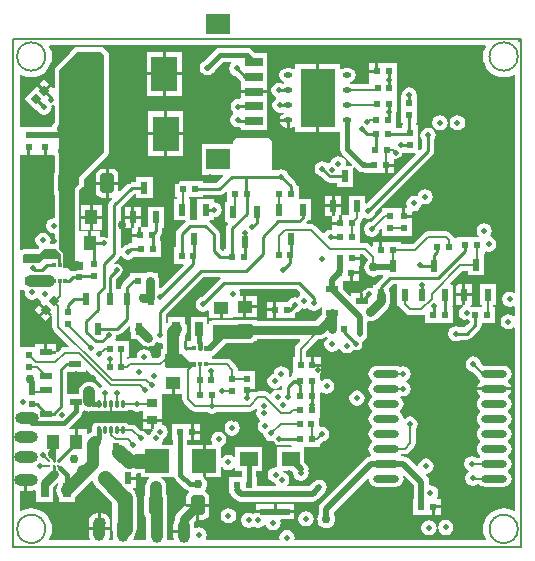
<source format=gbl>
%FSLAX25Y25*%
%MOIN*%
G70*
G01*
G75*
G04 Layer_Physical_Order=4*
G04 Layer_Color=16711680*
%ADD10C,0.01000*%
%ADD11C,0.01500*%
%ADD12C,0.02000*%
%ADD13C,0.03937*%
%ADD14R,0.08268X0.08268*%
%ADD15R,0.08268X0.08268*%
%ADD16R,0.03150X0.02362*%
%ADD17R,0.02362X0.03150*%
%ADD18R,0.01083X0.00984*%
%ADD19R,0.00984X0.01083*%
%ADD20R,0.01181X0.01890*%
%ADD21R,0.01890X0.01181*%
%ADD22R,0.02362X0.02362*%
%ADD23R,0.02362X0.02362*%
%ADD24R,0.03347X0.02756*%
%ADD25R,0.01083X0.00984*%
%ADD26R,0.00984X0.01083*%
%ADD27R,0.02756X0.03347*%
%ADD28R,0.01378X0.00787*%
%ADD29R,0.01181X0.01181*%
%ADD30R,0.01378X0.00984*%
%ADD31R,0.01378X0.01181*%
G04:AMPARAMS|DCode=32|XSize=39.37mil|YSize=41.34mil|CornerRadius=5.91mil|HoleSize=0mil|Usage=FLASHONLY|Rotation=90.000|XOffset=0mil|YOffset=0mil|HoleType=Round|Shape=RoundedRectangle|*
%AMROUNDEDRECTD32*
21,1,0.03937,0.02953,0,0,90.0*
21,1,0.02756,0.04134,0,0,90.0*
1,1,0.01181,0.01476,0.01378*
1,1,0.01181,0.01476,-0.01378*
1,1,0.01181,-0.01476,-0.01378*
1,1,0.01181,-0.01476,0.01378*
%
%ADD32ROUNDEDRECTD32*%
G04:AMPARAMS|DCode=33|XSize=41.34mil|YSize=86.61mil|CornerRadius=6.2mil|HoleSize=0mil|Usage=FLASHONLY|Rotation=90.000|XOffset=0mil|YOffset=0mil|HoleType=Round|Shape=RoundedRectangle|*
%AMROUNDEDRECTD33*
21,1,0.04134,0.07421,0,0,90.0*
21,1,0.02894,0.08661,0,0,90.0*
1,1,0.01240,0.03711,0.01447*
1,1,0.01240,0.03711,-0.01447*
1,1,0.01240,-0.03711,-0.01447*
1,1,0.01240,-0.03711,0.01447*
%
%ADD33ROUNDEDRECTD33*%
G04:AMPARAMS|DCode=34|XSize=27.56mil|YSize=33.47mil|CornerRadius=0mil|HoleSize=0mil|Usage=FLASHONLY|Rotation=225.000|XOffset=0mil|YOffset=0mil|HoleType=Round|Shape=Rectangle|*
%AMROTATEDRECTD34*
4,1,4,-0.00209,0.02158,0.02158,-0.00209,0.00209,-0.02158,-0.02158,0.00209,-0.00209,0.02158,0.0*
%
%ADD34ROTATEDRECTD34*%

%ADD35O,0.06299X0.01181*%
%ADD36R,0.06299X0.01181*%
%ADD37O,0.01181X0.06299*%
%ADD38R,0.04800X0.05600*%
%ADD39R,0.05000X0.05000*%
%ADD40R,0.05000X0.07874*%
%ADD41R,0.07874X0.02756*%
%ADD42C,0.00600*%
%ADD43C,0.00800*%
%ADD44C,0.00500*%
%ADD45C,0.02000*%
%ADD46C,0.03000*%
%ADD47C,0.04000*%
%ADD48C,0.05000*%
%ADD49C,0.03000*%
%ADD50C,0.04000*%
%ADD51O,0.07874X0.03937*%
%ADD52O,0.03937X0.07874*%
%ADD53R,0.02362X0.03937*%
%ADD54R,0.02559X0.04921*%
%ADD55C,0.00787*%
%ADD56R,0.03937X0.05118*%
%ADD57R,0.01200X0.01800*%
%ADD58R,0.04921X0.02559*%
%ADD59R,0.05118X0.03937*%
%ADD60O,0.01378X0.02756*%
%ADD61R,0.07087X0.04331*%
G04:AMPARAMS|DCode=62|XSize=45mil|YSize=65mil|CornerRadius=5.63mil|HoleSize=0mil|Usage=FLASHONLY|Rotation=0.000|XOffset=0mil|YOffset=0mil|HoleType=Round|Shape=RoundedRectangle|*
%AMROUNDEDRECTD62*
21,1,0.04500,0.05375,0,0,0.0*
21,1,0.03375,0.06500,0,0,0.0*
1,1,0.01125,0.01688,-0.02688*
1,1,0.01125,-0.01688,-0.02688*
1,1,0.01125,-0.01688,0.02688*
1,1,0.01125,0.01688,0.02688*
%
%ADD62ROUNDEDRECTD62*%
%ADD63O,0.08661X0.02362*%
%ADD64R,0.11811X0.19685*%
%ADD65O,0.02953X0.01772*%
%ADD66R,0.08661X0.11811*%
%ADD67R,0.09843X0.01969*%
%ADD68P,0.03341X4X90.0*%
%ADD69R,0.03937X0.02362*%
%ADD70R,0.07874X0.07874*%
%ADD71R,0.05906X0.05118*%
%ADD72R,0.07874X0.07087*%
%ADD73R,0.05906X0.03150*%
%ADD74R,0.14704X0.04000*%
G36*
X30335Y163774D02*
Y131698D01*
X21928Y123290D01*
Y120935D01*
X20383Y119390D01*
Y95343D01*
X23164Y95045D01*
X23216Y92297D01*
X19305Y92038D01*
X18228Y92804D01*
X16557Y92792D01*
X16635Y97421D01*
X15336Y99234D01*
X15218Y158873D01*
X21346Y165001D01*
X29108D01*
X30335Y163774D01*
D02*
G37*
G36*
X118031Y95804D02*
Y95350D01*
X117829Y95194D01*
X117348Y94568D01*
X117045Y93838D01*
X116942Y93055D01*
X117045Y92272D01*
X117348Y91542D01*
X117829Y90915D01*
X118455Y90434D01*
X119185Y90132D01*
X119968Y90029D01*
X120751Y90132D01*
X121481Y90434D01*
X121574Y90506D01*
X123102D01*
X123294Y90044D01*
X121167Y87917D01*
X120725Y87256D01*
X120713Y87194D01*
X119928D01*
Y86309D01*
X119487Y86074D01*
X119360Y86158D01*
X118580Y86313D01*
X117799Y86158D01*
X117138Y85716D01*
X115925Y84504D01*
X116628D01*
Y81821D01*
X115628D01*
Y84503D01*
X112659D01*
Y83643D01*
X112197Y83452D01*
X109754Y85896D01*
Y88440D01*
D01*
Y88440D01*
X109950Y88636D01*
X112080D01*
Y91319D01*
X112579D01*
Y91817D01*
X115261D01*
Y93447D01*
X115590D01*
Y95628D01*
X112908D01*
Y96628D01*
X115590D01*
Y97429D01*
X116407D01*
X118031Y95804D01*
D02*
G37*
G36*
X69153Y89485D02*
X69156Y89476D01*
X68761Y89213D01*
X68761Y89213D01*
X62840Y83291D01*
X62282Y83180D01*
X61455Y82627D01*
X60903Y81801D01*
X60709Y80825D01*
X60903Y79850D01*
X61455Y79023D01*
X62282Y78470D01*
X63258Y78276D01*
X64233Y78470D01*
X64701Y78783D01*
X65142Y78547D01*
Y76208D01*
X68701D01*
Y79677D01*
X69701D01*
Y76208D01*
X73260D01*
Y76537D01*
X76513D01*
Y80004D01*
Y83473D01*
X75818D01*
X75501Y83860D01*
X75564Y84180D01*
X75370Y85155D01*
X75279Y85291D01*
X75515Y85732D01*
X94369D01*
X95631Y84470D01*
X95582Y83972D01*
X95165Y83694D01*
X94698Y82994D01*
X93866Y83160D01*
X92891Y82966D01*
X92064Y82413D01*
X91591Y81705D01*
X87574D01*
Y79023D01*
Y76343D01*
X93692D01*
Y77562D01*
X93722Y77582D01*
X93722Y77582D01*
X94284Y78145D01*
X94842Y78256D01*
X95669Y78808D01*
X96136Y79508D01*
X96968Y79342D01*
X97943Y79536D01*
X98102Y79642D01*
X98305Y79337D01*
X99133Y78785D01*
X100108Y78591D01*
X101083Y78785D01*
X101910Y79337D01*
X102338Y79978D01*
X102817Y79833D01*
Y77393D01*
X100581Y75157D01*
X81072D01*
Y75599D01*
X72954D01*
Y75520D01*
X66785D01*
X66200Y75404D01*
X66001Y75271D01*
X65142D01*
Y74576D01*
X64772Y74241D01*
X64590Y74259D01*
Y76490D01*
X59030D01*
Y68568D01*
D01*
Y68568D01*
X58954Y68492D01*
X57950D01*
Y66592D01*
X59755D01*
Y66092D01*
X59855Y65592D01*
X57950D01*
Y65208D01*
X57705Y65107D01*
X57289Y65385D01*
Y65836D01*
X56738D01*
Y66872D01*
Y68568D01*
X57109D01*
Y70402D01*
X57387Y70764D01*
X57740Y71615D01*
X57860Y72529D01*
X57740Y73443D01*
X57387Y74294D01*
X57109Y74656D01*
Y76490D01*
X51550D01*
Y74904D01*
X51135Y74626D01*
X50885Y74730D01*
Y77444D01*
X63395Y89955D01*
X68839D01*
X69153Y89485D01*
D02*
G37*
G36*
X15861Y97475D02*
Y93967D01*
X15074D01*
X14937Y94104D01*
X14943Y94098D01*
X14937Y94803D01*
Y95852D01*
X14929Y95860D01*
X14937Y94803D01*
Y94104D01*
X14781Y94260D01*
Y95880D01*
X9921D01*
X8565Y94524D01*
X3576D01*
X3226Y94875D01*
Y97269D01*
X3571Y97614D01*
X8660D01*
X10235Y99190D01*
X14147D01*
X15861Y97475D01*
D02*
G37*
G36*
X71166Y118219D02*
Y115008D01*
X70462D01*
Y108071D01*
X71271D01*
X71462Y107609D01*
X71425Y107572D01*
X70983Y106910D01*
X70828Y106130D01*
Y99246D01*
X70186D01*
Y98604D01*
X69681D01*
X68768Y99517D01*
Y104146D01*
X68768Y104146D01*
X68768Y104146D01*
Y104146D01*
X68768D01*
X68768Y104146D01*
X68613Y104926D01*
X68436Y105191D01*
X68171Y105588D01*
X68171Y105588D01*
X65320Y108438D01*
X65435Y108817D01*
X66694D01*
Y109516D01*
X66963Y109737D01*
X67939Y109931D01*
X68765Y110483D01*
X69318Y111310D01*
X69512Y112286D01*
X69318Y113261D01*
X68765Y114088D01*
X67939Y114641D01*
X66963Y114835D01*
X66694Y115055D01*
Y115754D01*
X61332D01*
Y109036D01*
X58979D01*
X58820Y109166D01*
Y115754D01*
X58411D01*
Y116414D01*
X63091D01*
Y117056D01*
X68505D01*
X69286Y117211D01*
X69947Y117653D01*
X69947Y117653D01*
X69947Y117653D01*
X70705Y118411D01*
X71166Y118219D01*
D02*
G37*
G36*
X157361Y166684D02*
X157010Y166027D01*
X156617Y164732D01*
X156484Y163386D01*
X156617Y162039D01*
X157010Y160745D01*
X157648Y159552D01*
X158506Y158506D01*
X159552Y157648D01*
X160745Y157010D01*
X162039Y156617D01*
X163386Y156484D01*
X164732Y156617D01*
X166027Y157010D01*
X166684Y157361D01*
X167113Y157104D01*
Y84779D01*
X166672Y84543D01*
X166342Y84764D01*
X165366Y84958D01*
X164391Y84764D01*
X163564Y84212D01*
X163011Y83385D01*
X162817Y82410D01*
X163011Y81434D01*
X163564Y80607D01*
X164391Y80054D01*
X165366Y79861D01*
X166342Y80054D01*
X166672Y80275D01*
X167113Y80040D01*
Y77063D01*
X166672Y76828D01*
X165956Y77306D01*
X164981Y77500D01*
X164005Y77306D01*
X163178Y76753D01*
X162626Y75927D01*
X162432Y74951D01*
X162626Y73976D01*
X163178Y73149D01*
X164005Y72596D01*
X164981Y72402D01*
X165956Y72596D01*
X166672Y73075D01*
X167113Y72839D01*
Y12187D01*
X166684Y11930D01*
X166027Y12281D01*
X164732Y12674D01*
X163386Y12807D01*
X162039Y12674D01*
X160745Y12281D01*
X159552Y11644D01*
X158506Y10785D01*
X157648Y9740D01*
X157010Y8546D01*
X156617Y7252D01*
X156484Y5906D01*
X156617Y4559D01*
X157010Y3264D01*
X157361Y2607D01*
X157104Y2178D01*
X93970D01*
X93652Y2565D01*
X93745Y3032D01*
X93551Y4007D01*
X92999Y4834D01*
X92172Y5387D01*
X91196Y5581D01*
X90221Y5387D01*
X89394Y4834D01*
X88841Y4007D01*
X88647Y3032D01*
X88740Y2565D01*
X88423Y2178D01*
X64345D01*
X64110Y2619D01*
X64279Y2872D01*
X64473Y3847D01*
X64279Y4823D01*
X63726Y5650D01*
X62899Y6202D01*
X61924Y6396D01*
X60948Y6202D01*
X60730Y6056D01*
X60289Y6292D01*
Y7102D01*
X60169Y8008D01*
X60086Y8208D01*
X60919Y9040D01*
X60930D01*
Y13331D01*
X57639D01*
Y14320D01*
X54651Y11331D01*
X54170Y10704D01*
X53867Y9974D01*
X53764Y9191D01*
Y8856D01*
X53760Y8851D01*
X53411Y8008D01*
X53292Y7102D01*
Y5633D01*
X56791D01*
Y4634D01*
X53292D01*
Y3165D01*
X53372Y2554D01*
X53043Y2178D01*
X51436D01*
X51106Y2554D01*
X51213Y3365D01*
Y5093D01*
X51245Y5334D01*
Y13546D01*
X51220Y13733D01*
Y16518D01*
X51060Y17323D01*
X50960Y17473D01*
Y19901D01*
X50840Y20815D01*
X50487Y21666D01*
X49926Y22397D01*
X49195Y22958D01*
X49225Y23110D01*
X53284D01*
Y23109D01*
X53503D01*
X53507Y23087D01*
X54004Y22343D01*
X57128Y19218D01*
X57128Y19218D01*
X57873Y18721D01*
X58353Y18626D01*
X58450Y18135D01*
X58255Y18005D01*
X57800Y17323D01*
X57640Y16518D01*
Y14331D01*
X65220D01*
Y16518D01*
X65060Y17323D01*
X64604Y18005D01*
X63922Y18461D01*
X63635Y18518D01*
X63592Y18701D01*
X64073Y19328D01*
X64376Y20057D01*
X64479Y20841D01*
X64376Y21624D01*
X64073Y22354D01*
X63592Y22980D01*
X63636Y23109D01*
X63425D01*
X63095Y23362D01*
Y28545D01*
Y33983D01*
X58157D01*
D01*
X58157D01*
X57920Y34220D01*
Y35498D01*
X59063D01*
Y38178D01*
Y40860D01*
X52945D01*
Y35498D01*
X53332D01*
Y33983D01*
X53284D01*
Y33983D01*
X49574D01*
X49338Y34424D01*
X49839Y35174D01*
X50022Y36092D01*
X50701Y36546D01*
X51253Y37373D01*
X51447Y38348D01*
X51253Y39324D01*
X50701Y40151D01*
X49874Y40703D01*
X49382Y40801D01*
Y41601D01*
X46709D01*
Y39572D01*
X46543Y39324D01*
X46523Y39223D01*
X46130D01*
X46409Y38883D01*
X46335Y38388D01*
X45682Y37952D01*
X45181Y37202D01*
X44741D01*
X44672Y37216D01*
X44245Y37854D01*
X43418Y38407D01*
X42443Y38601D01*
X42421Y38596D01*
X40900Y40118D01*
X40900Y40118D01*
X40321Y40505D01*
X39638Y40641D01*
X38317D01*
X37994Y41123D01*
X37522Y41439D01*
Y42687D01*
X27436D01*
Y41439D01*
X26964Y41123D01*
X26480Y40399D01*
X26310Y39545D01*
Y39169D01*
X26248Y38856D01*
Y38359D01*
X26232Y38357D01*
X25380Y38004D01*
X24852Y37599D01*
X24404Y37820D01*
Y39064D01*
X21435D01*
Y35004D01*
X20435D01*
Y39064D01*
X18699D01*
X18508Y39526D01*
X22466Y43484D01*
X22963Y44229D01*
X23138Y45106D01*
Y45223D01*
X23554Y45501D01*
X24380Y45158D01*
X25294Y45038D01*
X26208Y45158D01*
X26365Y45224D01*
X27004D01*
X27436Y44935D01*
Y43687D01*
X37522D01*
Y44935D01*
X37994Y45250D01*
X38215Y45580D01*
X39704D01*
X40330Y45163D01*
X41305Y44969D01*
X42280Y45163D01*
X42595Y45373D01*
X43036Y45137D01*
Y45129D01*
X43036Y45129D01*
X43036Y44979D01*
X43036D01*
Y42601D01*
X49382D01*
Y44979D01*
D01*
Y44979D01*
X49382Y44979D01*
Y45129D01*
X49382D01*
Y50885D01*
D01*
Y50885D01*
X49523Y51025D01*
X52730D01*
Y54495D01*
X53730D01*
Y51025D01*
X56229D01*
Y49153D01*
X56376Y48411D01*
X56796Y47783D01*
X59084Y45495D01*
X59713Y45075D01*
X60454Y44927D01*
X64650D01*
X65233Y44537D01*
X66209Y44343D01*
X67184Y44537D01*
X67768Y44927D01*
X78672D01*
X79413Y45075D01*
X80042Y45495D01*
X80706Y46159D01*
X81094Y46041D01*
X81262Y45570D01*
X81136Y45382D01*
X80942Y44406D01*
X81136Y43431D01*
X81688Y42604D01*
X81946Y42432D01*
X82043Y41942D01*
X81548Y41200D01*
X81354Y40225D01*
X81548Y39249D01*
X82100Y38422D01*
X82928Y37870D01*
X83343Y37787D01*
X83331Y37725D01*
X83525Y36750D01*
X84077Y35923D01*
X84904Y35370D01*
X85879Y35176D01*
X86508Y35301D01*
X86770Y35126D01*
Y35126D01*
X86770Y35126D01*
X87212Y34464D01*
X87874Y34022D01*
X88654Y33867D01*
X92380D01*
X92734Y33514D01*
X92734Y33225D01*
X92717Y33209D01*
X87940D01*
Y26763D01*
X87554Y26446D01*
X87343Y26488D01*
X86368Y26294D01*
X85541Y25741D01*
X84988Y24914D01*
X84794Y23939D01*
X84988Y22963D01*
X85541Y22136D01*
X86368Y21584D01*
X86988Y21460D01*
X87024Y21276D01*
X87502Y20561D01*
X87266Y20120D01*
X81074D01*
Y23231D01*
X80687D01*
Y25091D01*
X82845D01*
Y33209D01*
X73940D01*
Y29978D01*
X73462Y29833D01*
X73437Y29870D01*
X72610Y30423D01*
X71634Y30617D01*
X70659Y30423D01*
X69832Y29870D01*
X69510Y29388D01*
X69032Y29533D01*
Y33320D01*
X69372Y33387D01*
X70199Y33940D01*
X70751Y34767D01*
X70945Y35742D01*
X70751Y36718D01*
X70199Y37545D01*
X69372Y38097D01*
X68396Y38291D01*
X67421Y38097D01*
X66594Y37545D01*
X66041Y36718D01*
X65847Y35742D01*
X66041Y34767D01*
X66270Y34424D01*
X66034Y33983D01*
X64095D01*
Y28545D01*
Y23110D01*
X69032D01*
Y26602D01*
X69510Y26747D01*
X69832Y26265D01*
X70659Y25713D01*
X71634Y25519D01*
X72610Y25713D01*
X73437Y26265D01*
X73462Y26302D01*
X73940Y26157D01*
Y25091D01*
X76099D01*
Y23231D01*
X71775D01*
Y17869D01*
X72151D01*
X72653Y17117D01*
X74002Y15769D01*
Y15769D01*
D01*
Y15769D01*
X74002Y15768D01*
D01*
D01*
D01*
X74002D01*
X74002Y15768D01*
Y15768D01*
X74002Y15768D01*
Y15768D01*
X74829Y15216D01*
X75805Y15022D01*
X99672D01*
X100648Y15216D01*
X101475Y15769D01*
X101475Y15768D01*
X101475Y15769D01*
X103730Y18024D01*
X104283Y18851D01*
X104477Y19827D01*
X104283Y20802D01*
X103730Y21629D01*
X102904Y22182D01*
X101928Y22376D01*
X100953Y22182D01*
X100126Y21629D01*
X98616Y20120D01*
X91492D01*
X91256Y20561D01*
X91734Y21276D01*
X91928Y22252D01*
X91734Y23227D01*
X91182Y24054D01*
X90355Y24607D01*
X89735Y24730D01*
X89698Y24914D01*
X89793Y25091D01*
X92847D01*
X93277Y24660D01*
X93247Y24507D01*
X93441Y23532D01*
X93993Y22705D01*
X94820Y22152D01*
X95796Y21958D01*
X96771Y22152D01*
X97598Y22705D01*
X98151Y23532D01*
X98345Y24507D01*
X98221Y25127D01*
X98345Y25747D01*
X98151Y26722D01*
X97598Y27549D01*
X96846Y28302D01*
Y32872D01*
X96846Y32872D01*
D01*
D01*
X96846Y33209D01*
D01*
X96862Y33225D01*
X102033D01*
Y34326D01*
X102455Y34609D01*
X102735Y34889D01*
X103653Y35071D01*
X104480Y35624D01*
X105032Y36451D01*
X105226Y37426D01*
X105032Y38401D01*
X104480Y39228D01*
X103653Y39781D01*
X102678Y39975D01*
X102389Y39918D01*
X102002Y40235D01*
Y42815D01*
X102282D01*
Y48177D01*
X102219D01*
Y51292D01*
X102660Y51527D01*
X103362Y51058D01*
X104338Y50864D01*
X105313Y51058D01*
X106140Y51611D01*
X106693Y52438D01*
X106887Y53413D01*
X106693Y54388D01*
X106140Y55215D01*
X105313Y55768D01*
X104338Y55962D01*
X103362Y55768D01*
X102723Y55341D01*
X102282Y55576D01*
Y57746D01*
X102344D01*
Y59927D01*
X99662D01*
Y60426D01*
X99163D01*
Y63108D01*
X97663D01*
Y65220D01*
X101548Y69105D01*
X101834D01*
X102617Y69208D01*
X103347Y69511D01*
X103974Y69991D01*
X103983Y70004D01*
X104469D01*
X104746Y69588D01*
X104684Y69437D01*
X104413Y69256D01*
X103860Y68429D01*
X103666Y67453D01*
X103860Y66478D01*
X104413Y65651D01*
X105240Y65099D01*
X106215Y64904D01*
X107191Y65099D01*
X108018Y65651D01*
X108217Y65949D01*
X108545Y66015D01*
X108761D01*
X109288Y65226D01*
X110115Y64673D01*
X111090Y64479D01*
X112066Y64673D01*
X112893Y65226D01*
X113066Y65485D01*
X113478Y65567D01*
X114258Y65412D01*
X115039Y65567D01*
X115700Y66009D01*
X116142Y66671D01*
X116298Y67451D01*
X116142Y68232D01*
X116199Y68367D01*
X116367Y68401D01*
X117194Y68953D01*
X117746Y69780D01*
X117940Y70756D01*
Y74738D01*
X118035Y74966D01*
X118316Y75213D01*
X118930Y75132D01*
X119713Y75235D01*
X120443Y75538D01*
X121069Y76018D01*
X124749Y79698D01*
X125178Y80257D01*
X125290D01*
Y80471D01*
X125532Y81054D01*
X125635Y81837D01*
Y83726D01*
X125532Y84509D01*
X125290Y85093D01*
Y86272D01*
X126506Y87488D01*
X127802D01*
Y87194D01*
X127802D01*
Y80257D01*
X128649D01*
X128693Y80034D01*
X129113Y79405D01*
X130767Y77751D01*
X130767D01*
Y77751D01*
X131395Y77332D01*
X132136Y77184D01*
X135995D01*
X136736Y77332D01*
X136851Y77408D01*
X137292Y77172D01*
Y74472D01*
X146591D01*
Y79834D01*
X146013D01*
Y80352D01*
X146655D01*
Y87289D01*
X145804D01*
X145613Y87751D01*
X149789Y91927D01*
X151417D01*
Y90396D01*
X156779D01*
Y97333D01*
X156779D01*
Y97388D01*
X157100Y97709D01*
X157100D01*
Y98225D01*
X157487Y98543D01*
X158439Y98353D01*
X159414Y98548D01*
X160241Y99100D01*
X160794Y99927D01*
X160988Y100902D01*
X160794Y101878D01*
X160241Y102705D01*
X159414Y103257D01*
X158773Y103385D01*
X158760Y103448D01*
X159313Y104275D01*
X159507Y105251D01*
X159313Y106226D01*
X158760Y107053D01*
X157933Y107606D01*
X156958Y107800D01*
X155982Y107606D01*
X155155Y107053D01*
X154603Y106226D01*
X154409Y105251D01*
X154603Y104275D01*
X155113Y103512D01*
X154877Y103071D01*
X147801D01*
Y102726D01*
X147763D01*
Y102726D01*
X146942D01*
X146872Y103077D01*
X146872Y103077D01*
Y103077D01*
X146660Y103393D01*
X146452Y103705D01*
X146452D01*
Y103705D01*
X145599Y104558D01*
X145391Y104697D01*
X144971Y104978D01*
X144229Y105125D01*
X138175D01*
X137433Y104978D01*
X136805Y104558D01*
X133102Y100855D01*
X129042D01*
Y101599D01*
X122924D01*
Y98917D01*
X121924D01*
Y101599D01*
X119743D01*
Y100225D01*
X119281Y100034D01*
X118579Y100735D01*
X117951Y101155D01*
X117209Y101303D01*
X115570D01*
Y105789D01*
X115522D01*
Y107817D01*
X115888Y108183D01*
X116308Y108811D01*
X116437Y109461D01*
X116899Y109652D01*
X117076Y109534D01*
X118052Y109340D01*
X119027Y109534D01*
X119854Y110087D01*
X120407Y110914D01*
X120518Y111471D01*
X139608Y130562D01*
X140050Y131224D01*
X140206Y132004D01*
X140206Y132004D01*
X140206Y132004D01*
Y132004D01*
Y135571D01*
X140558Y136098D01*
X140752Y137073D01*
X140558Y138049D01*
X140005Y138876D01*
X139178Y139428D01*
X138203Y139622D01*
X137227Y139428D01*
X136400Y138876D01*
X135848Y138049D01*
X135654Y137073D01*
X135848Y136098D01*
X136127Y135679D01*
Y132849D01*
X135349Y132071D01*
X134887Y132262D01*
Y135206D01*
Y140568D01*
X134009D01*
Y141171D01*
X134651D01*
Y145107D01*
Y150470D01*
X134557D01*
X134519Y150517D01*
X134325Y151492D01*
X133772Y152319D01*
X132945Y152872D01*
X131969Y153066D01*
X130994Y152872D01*
X130167Y152319D01*
X129615Y151492D01*
X129420Y150517D01*
X129382Y150470D01*
X129288D01*
Y145107D01*
Y141171D01*
X129930D01*
Y140568D01*
X129525D01*
Y139597D01*
X127541D01*
Y144808D01*
X127558Y144890D01*
X127691D01*
Y150141D01*
X127964D01*
Y155503D01*
X127964D01*
X127831Y155665D01*
X127832Y155668D01*
X127711Y156274D01*
Y161124D01*
X122349D01*
Y161124D01*
X121593D01*
Y158441D01*
X121094D01*
Y157942D01*
X118412D01*
Y155761D01*
X118665D01*
Y155503D01*
X118665D01*
Y154066D01*
X113113D01*
X112648Y154376D01*
X111718Y154561D01*
Y154696D01*
X112648Y154881D01*
X113438Y155409D01*
X113965Y156198D01*
X114150Y157129D01*
X113965Y158060D01*
X113438Y158849D01*
X112648Y159376D01*
X111718Y159561D01*
X110537D01*
X109606Y159376D01*
X109229Y159125D01*
X108789Y159361D01*
Y160971D01*
X101883D01*
Y149628D01*
Y138286D01*
X108789D01*
D01*
X108788D01*
X108833Y138242D01*
Y132407D01*
X109008Y131529D01*
X109505Y130785D01*
X109505Y130785D01*
X109505Y130785D01*
X109505Y130785D01*
Y130785D01*
X112953Y127337D01*
X112761Y126875D01*
X111113D01*
X110796Y127262D01*
X110871Y127637D01*
X110677Y128613D01*
X110124Y129440D01*
X109297Y129992D01*
X108321Y130186D01*
X107346Y129992D01*
X106519Y129440D01*
X105967Y128613D01*
X105869Y128121D01*
X105196Y127987D01*
X104870Y127769D01*
X104789Y127785D01*
X104789Y127785D01*
Y127785D01*
X103962Y128337D01*
X102987Y128531D01*
X102011Y128337D01*
X101184Y127785D01*
X100631Y126958D01*
X100437Y125982D01*
X100631Y125007D01*
X101184Y124180D01*
X102011Y123627D01*
X102568Y123517D01*
X104120Y121965D01*
X104782Y121523D01*
X105562Y121368D01*
X107900D01*
Y119938D01*
X113263D01*
Y126374D01*
X113725Y126565D01*
X114760Y125530D01*
Y125530D01*
D01*
Y125530D01*
X114760Y125530D01*
D01*
D01*
X114760D01*
X114760Y125530D01*
Y125530D01*
X114760Y125530D01*
Y125530D01*
X115505Y125032D01*
X116204Y124893D01*
X116348Y124797D01*
X117324Y124603D01*
X117451Y124628D01*
X117643Y124471D01*
Y124471D01*
X123761D01*
Y127153D01*
X124260D01*
Y127652D01*
X126942D01*
Y129086D01*
X127329Y129403D01*
X127549Y129360D01*
X128290Y129507D01*
X128919Y129927D01*
X129339Y130555D01*
X129480Y131269D01*
X129525D01*
D01*
X129525Y131269D01*
X133894D01*
X134086Y130807D01*
X117661Y114383D01*
X117417Y114484D01*
X117200Y114663D01*
Y117033D01*
X111837D01*
Y110556D01*
X109404D01*
Y107874D01*
X108905D01*
Y107375D01*
X106223D01*
Y105953D01*
X105837Y105636D01*
X105734Y105657D01*
X104758Y105463D01*
X103931Y104910D01*
X103640Y104473D01*
X103142Y104425D01*
X100523Y107044D01*
X99894Y107464D01*
X99153Y107611D01*
X97824D01*
X97632Y108073D01*
X97795Y108236D01*
X98167Y108792D01*
X99035D01*
Y115729D01*
X95031D01*
Y120220D01*
X94389D01*
Y120250D01*
X94234Y121030D01*
X93792Y121692D01*
X91703Y123781D01*
X91592Y124338D01*
X91039Y125165D01*
X90212Y125718D01*
X89237Y125912D01*
X88261Y125718D01*
X87789Y125402D01*
X86562D01*
X86208Y125756D01*
X86208Y134412D01*
X86072Y135095D01*
X85685Y135674D01*
X85107Y136061D01*
X84424Y136196D01*
X74975D01*
X74925Y136186D01*
X74875Y136196D01*
X74192Y136061D01*
X73613Y135674D01*
X73226Y135095D01*
X73091Y134412D01*
Y134116D01*
X62881D01*
Y124029D01*
X69902D01*
X70094Y123567D01*
X67661Y121134D01*
X63091D01*
Y121776D01*
X53792D01*
Y116414D01*
X54536D01*
Y115754D01*
X53458D01*
Y108817D01*
X57263D01*
X57454Y108355D01*
X54613Y105515D01*
X54171Y104853D01*
X54016Y104073D01*
Y99728D01*
X53374D01*
Y94366D01*
X56547D01*
X56738Y93904D01*
X49017Y86182D01*
X48555Y86374D01*
Y88664D01*
X48452Y89447D01*
X48210Y90031D01*
Y91345D01*
X46895D01*
X46312Y91587D01*
X45529Y91690D01*
X44746Y91587D01*
X44162Y91345D01*
X38911D01*
Y90311D01*
X38603Y90106D01*
X38603Y90106D01*
X36485Y87987D01*
X36484Y87987D01*
X36042Y87326D01*
X35887Y86545D01*
Y85975D01*
X35245D01*
D01*
D01*
X35245Y85975D01*
X34793D01*
Y85975D01*
X34151D01*
Y89078D01*
X35800Y90727D01*
X36242Y91389D01*
X36397Y92169D01*
X36242Y92950D01*
X35800Y93611D01*
X35138Y94053D01*
X34358Y94209D01*
X33738Y94085D01*
X33502Y94526D01*
X35079Y96103D01*
X35079Y96103D01*
X35521Y96765D01*
X35549Y96906D01*
X36040Y97003D01*
X36428Y96422D01*
X37255Y95869D01*
X38230Y95675D01*
X39206Y95869D01*
X40033Y96422D01*
X40083Y96497D01*
X49065D01*
Y101859D01*
X48731D01*
Y103633D01*
X49039Y103941D01*
X49481Y104602D01*
X49636Y105383D01*
Y106280D01*
X50278D01*
Y113217D01*
X44916D01*
Y106517D01*
X42612D01*
Y103834D01*
X42114D01*
Y103335D01*
X39431D01*
Y101217D01*
X39184D01*
X38404Y101062D01*
X37862Y100700D01*
X37255Y100579D01*
X36428Y100027D01*
X36155Y99618D01*
X35676Y99763D01*
Y112925D01*
X40304Y117552D01*
X40979D01*
Y116123D01*
X46341D01*
Y123060D01*
X40979D01*
Y121631D01*
X39459D01*
X38679Y121475D01*
X38017Y121033D01*
X38017Y121033D01*
X35435Y118452D01*
X34973Y118643D01*
Y120658D01*
X31683D01*
Y116367D01*
X32698D01*
X32889Y115906D01*
X32195Y115211D01*
X31753Y114550D01*
X31598Y113769D01*
Y103033D01*
X31157Y102797D01*
X30877Y102984D01*
X30097Y103139D01*
X28908D01*
Y105159D01*
X25940D01*
Y101099D01*
X24940D01*
Y105159D01*
X21971D01*
D01*
X21971D01*
X21912Y105218D01*
Y118757D01*
X23009Y119854D01*
X23341Y120350D01*
X23458Y120935D01*
Y122657D01*
X31417Y130616D01*
X31748Y131113D01*
X31865Y131698D01*
Y163774D01*
X31748Y164359D01*
X31417Y164855D01*
X30189Y166083D01*
X29693Y166414D01*
X29108Y166531D01*
X21346D01*
X20858Y166434D01*
X20761Y166414D01*
X20265Y166083D01*
X19178Y164996D01*
X18789D01*
Y164607D01*
X14137Y159955D01*
X14136Y159954D01*
X14135Y159953D01*
X13970Y159704D01*
X13805Y159459D01*
X13805Y159457D01*
X13804Y159456D01*
X13747Y159164D01*
X13689Y158873D01*
X13689Y158872D01*
X13689Y158870D01*
X13701Y152989D01*
X13239Y152797D01*
X12485Y153551D01*
X10589Y151655D01*
X10236Y152008D01*
X9883Y151655D01*
X7986Y153551D01*
X6444Y152009D01*
X3660Y149225D01*
X7452Y145433D01*
X7452Y145433D01*
X7772Y145574D01*
Y145574D01*
X7772Y145574D01*
X8325Y144747D01*
X9152Y144195D01*
X10127Y144001D01*
X11103Y144195D01*
X11930Y144747D01*
X12482Y145574D01*
X12676Y146550D01*
X12655Y146659D01*
X12932Y147074D01*
X13126Y147113D01*
X13271Y147210D01*
X13713Y146974D01*
X13724Y141401D01*
X13695Y141379D01*
X13214Y140752D01*
X12911Y140023D01*
X12884Y139818D01*
X7871D01*
D01*
D01*
X7871Y139818D01*
X7734Y139818D01*
Y139818D01*
X2371D01*
D01*
X2371D01*
X2178Y140011D01*
Y157104D01*
X2607Y157361D01*
X3264Y157010D01*
X4559Y156617D01*
X5906Y156484D01*
X7252Y156617D01*
X8546Y157010D01*
X9740Y157648D01*
X10785Y158506D01*
X11644Y159552D01*
X12281Y160745D01*
X12674Y162039D01*
X12807Y163386D01*
X12674Y164732D01*
X12281Y166027D01*
X11930Y166684D01*
X12187Y167113D01*
X157104D01*
X157361Y166684D01*
D02*
G37*
G36*
X5552Y130518D02*
X7734D01*
Y130518D01*
X7871D01*
X7871Y130518D01*
X10052D01*
Y133201D01*
X11052D01*
Y130518D01*
X13234D01*
Y130518D01*
X13614D01*
X13670Y130383D01*
X13745Y130285D01*
X13756Y124954D01*
X13553Y124650D01*
X13393Y123846D01*
Y118471D01*
X13553Y117666D01*
X13771Y117339D01*
X13786Y109779D01*
X13437Y109492D01*
X12462Y109298D01*
X11635Y108746D01*
X11082Y107919D01*
X10888Y106943D01*
X11082Y105968D01*
X11635Y105141D01*
X12462Y104588D01*
X13437Y104394D01*
X13797Y104100D01*
X13803Y101073D01*
X13450Y100719D01*
X12409D01*
X12177Y101154D01*
X12371Y102129D01*
X12177Y103105D01*
X11624Y103932D01*
X10797Y104484D01*
X9822Y104678D01*
X8846Y104484D01*
X8019Y103932D01*
X7467Y103105D01*
X7273Y102129D01*
X7467Y101154D01*
X8019Y100327D01*
X8405Y100069D01*
X8454Y99572D01*
X8026Y99143D01*
X3571D01*
X2985Y99027D01*
X2619Y98782D01*
X2178Y99018D01*
Y130518D01*
X2371D01*
Y130518D01*
X4552D01*
Y133201D01*
X5552D01*
Y130518D01*
D02*
G37*
G36*
X79747Y73818D02*
Y70205D01*
X78920Y69378D01*
X70061D01*
X65775Y65091D01*
X63414D01*
Y67028D01*
X63425Y67039D01*
X64817D01*
X66520Y68743D01*
Y73726D01*
X66785Y73991D01*
X79574D01*
X79747Y73818D01*
D02*
G37*
G36*
X29634Y53926D02*
X29535Y53601D01*
X28708Y53049D01*
D01*
X28351Y53228D01*
X27790Y53960D01*
X27059Y54521D01*
X26208Y54873D01*
X25294Y54994D01*
X24380Y54873D01*
X23529Y54521D01*
X22798Y53960D01*
X22237Y53228D01*
X21884Y52377D01*
X21764Y51463D01*
Y50960D01*
X17917D01*
Y58218D01*
X17961Y58262D01*
X24081D01*
Y58826D01*
X24543Y59017D01*
X29634Y53926D01*
D02*
G37*
G36*
X42410Y23110D02*
X45084D01*
X45245Y22636D01*
X44934Y22397D01*
X44373Y21666D01*
X44020Y20815D01*
X43900Y19901D01*
Y17473D01*
X43800Y17323D01*
X43640Y16518D01*
Y11143D01*
X43800Y10339D01*
X44184Y9763D01*
Y5334D01*
X44216Y5093D01*
Y3365D01*
X44323Y2554D01*
X43993Y2178D01*
X40267D01*
X39989Y2594D01*
X40042Y2722D01*
X40138Y3450D01*
X40500Y3921D01*
X40903Y4894D01*
X41040Y5939D01*
Y16210D01*
X41040Y16210D01*
X40903Y17254D01*
X40500Y18227D01*
X39858Y19063D01*
X39858Y19063D01*
X40000Y19404D01*
X40898D01*
Y22373D01*
X38216D01*
Y23373D01*
X40898D01*
Y24318D01*
X41118Y24512D01*
X42410D01*
Y23110D01*
D02*
G37*
G36*
X4059Y22144D02*
X4558D01*
Y18645D01*
X6026D01*
X6932Y18764D01*
X7168Y18862D01*
X7584Y18584D01*
Y14786D01*
X13143D01*
Y19666D01*
X14602Y21125D01*
X14720Y21077D01*
X14849Y20594D01*
X14786Y20512D01*
X14434Y19660D01*
X14313Y18747D01*
X14434Y17833D01*
X14786Y16982D01*
X15064Y16620D01*
Y14786D01*
X20623D01*
Y16534D01*
X25831Y21741D01*
X25973Y21883D01*
X26463Y21786D01*
X26849Y20856D01*
X27490Y20020D01*
X27661Y19848D01*
Y19404D01*
X28105D01*
X32971Y14539D01*
Y5939D01*
X33109Y4894D01*
X33164Y4760D01*
Y3627D01*
X33283Y2722D01*
X33336Y2594D01*
X33059Y2178D01*
X32084D01*
X31806Y2594D01*
X32030Y3134D01*
X32149Y4039D01*
Y5508D01*
X25152D01*
Y4039D01*
X25271Y3134D01*
X25495Y2594D01*
X25217Y2178D01*
X12187D01*
X11930Y2607D01*
X12281Y3264D01*
X12674Y4559D01*
X12807Y5906D01*
X12674Y7252D01*
X12281Y8546D01*
X11644Y9740D01*
X10785Y10785D01*
X9740Y11644D01*
X8546Y12281D01*
X7252Y12674D01*
X5906Y12807D01*
X4559Y12674D01*
X3264Y12281D01*
X2607Y11930D01*
X2178Y12187D01*
Y18645D01*
X3558D01*
Y21643D01*
X2178D01*
Y22643D01*
X4059D01*
Y22144D01*
D02*
G37*
G36*
X95606Y68643D02*
X94356Y67393D01*
X93936Y66764D01*
X93789Y66023D01*
X93789Y66023D01*
X93789D01*
X93789Y66023D01*
X93789D01*
Y63108D01*
X93045D01*
Y57777D01*
X92983D01*
Y57032D01*
X92721Y56980D01*
X92127Y56583D01*
X91787Y56811D01*
X91716Y56882D01*
X91869Y57652D01*
X91675Y58627D01*
X91122Y59454D01*
X90295Y60006D01*
X89320Y60201D01*
X88344Y60006D01*
X87517Y59454D01*
X86965Y58627D01*
X86781Y57701D01*
X86181Y57582D01*
X85354Y57029D01*
X84802Y56202D01*
X84608Y55227D01*
X84802Y54251D01*
X85354Y53424D01*
X86181Y52872D01*
X87157Y52678D01*
X88132Y52872D01*
X88959Y53424D01*
X89178Y53752D01*
X89640Y53561D01*
X89569Y53203D01*
Y52318D01*
X89128Y52082D01*
X89059Y52128D01*
X88084Y52322D01*
X87108Y52128D01*
X86281Y51575D01*
X85907Y51016D01*
X85410Y50967D01*
X85175Y51201D01*
X84546Y51621D01*
X83805Y51769D01*
X81639D01*
X81016Y51645D01*
X80629Y51962D01*
Y51570D01*
X77947D01*
Y52570D01*
X80629D01*
Y53326D01*
Y58688D01*
X75267D01*
Y58688D01*
X74993D01*
X74866Y58816D01*
X74719Y59557D01*
X74299Y60185D01*
X72379Y62105D01*
X71751Y62525D01*
X71010Y62672D01*
X71010D01*
D01*
X66118D01*
X66118Y63135D01*
X66118D01*
Y63630D01*
X66360Y63678D01*
X66856Y64010D01*
X70695Y67848D01*
X78920D01*
X79505Y67965D01*
X80001Y68296D01*
X80367Y68663D01*
X81072D01*
Y69105D01*
X95415D01*
X95606Y68643D01*
D02*
G37*
G36*
X3814Y85309D02*
X3711Y84789D01*
X3905Y83813D01*
X4457Y82986D01*
X5284Y82434D01*
X6260Y82240D01*
X7235Y82434D01*
X7818Y82823D01*
X8308Y82726D01*
X8562Y82346D01*
X9248Y81887D01*
X9297Y81390D01*
X9150Y81242D01*
X11045Y79347D01*
D01*
X11045Y79346D01*
X11046Y79346D01*
D01*
X12941Y77450D01*
X12538Y77047D01*
X13000Y76856D01*
Y73317D01*
X13148Y72576D01*
X13567Y71948D01*
X18491Y67024D01*
X18299Y66562D01*
X17042D01*
X16301Y66415D01*
X15672Y65995D01*
X14700Y65023D01*
X14239Y65214D01*
Y64562D01*
X14056Y64380D01*
X10769D01*
Y64879D01*
X10270D01*
Y67561D01*
X7301D01*
Y66653D01*
X2504D01*
D01*
X2504D01*
X2178Y66979D01*
Y85695D01*
X3497D01*
X3814Y85309D01*
D02*
G37*
G36*
X38941Y73447D02*
X38838Y72664D01*
X38941Y71881D01*
X39182Y71298D01*
Y69196D01*
X41053D01*
X42742Y67507D01*
X43368Y67026D01*
X44098Y66724D01*
X44881Y66620D01*
X45664Y66724D01*
X46394Y67026D01*
X47021Y67507D01*
X47502Y68133D01*
X47692Y68191D01*
X47870Y68072D01*
X48845Y67878D01*
X49291Y67967D01*
X49678Y67650D01*
Y66872D01*
Y65836D01*
X49171D01*
Y64439D01*
X49126Y64211D01*
Y63725D01*
X48166Y62765D01*
X46465D01*
X46147Y63152D01*
X46177Y63301D01*
X45983Y64276D01*
X45430Y65103D01*
X44604Y65656D01*
X43628Y65850D01*
X42653Y65656D01*
X41826Y65103D01*
X41273Y64276D01*
X41079Y63301D01*
X41109Y63152D01*
X40792Y62765D01*
X38853D01*
X38853D01*
D01*
X38669Y62728D01*
X38306Y62656D01*
X37919Y62973D01*
Y63306D01*
X38663D01*
Y68669D01*
X34060D01*
X33824Y69110D01*
X34132Y69572D01*
X34326Y70547D01*
X34391Y70625D01*
X34585D01*
X35366Y70780D01*
X36027Y71222D01*
X38454Y73649D01*
X38941Y73447D01*
D02*
G37*
G36*
X58673Y61669D02*
X60621D01*
X60694Y61597D01*
Y59860D01*
X60607Y59773D01*
X60588Y59793D01*
X59074D01*
X58706Y59425D01*
X51228D01*
X50655Y59999D01*
Y64211D01*
X56131Y64211D01*
X58673Y61669D01*
D02*
G37*
%LPC*%
G36*
X49711Y164996D02*
X44380D01*
Y158091D01*
X49711D01*
Y164996D01*
D02*
G37*
G36*
X153249Y63395D02*
X152274Y63201D01*
X151447Y62649D01*
X150894Y61822D01*
X150700Y60846D01*
X150894Y59871D01*
X151447Y59044D01*
X152274Y58491D01*
X153011Y58345D01*
X154481Y56875D01*
X154709Y56325D01*
X155139Y55765D01*
X155579Y55427D01*
Y54927D01*
X155139Y54589D01*
X154709Y54029D01*
X154439Y53377D01*
X154412Y53177D01*
X165989D01*
X165962Y53377D01*
X165692Y54029D01*
X165262Y54589D01*
X164702Y55019D01*
Y55335D01*
X165262Y55765D01*
X165692Y56325D01*
X165962Y56977D01*
X166054Y57677D01*
X165962Y58377D01*
X165692Y59029D01*
X165262Y59589D01*
X164702Y60019D01*
X164050Y60289D01*
X163350Y60381D01*
X157051D01*
X156523Y60312D01*
X155751Y61084D01*
X155604Y61822D01*
X155052Y62649D01*
X154225Y63201D01*
X153249Y63395D01*
D02*
G37*
G36*
X102344Y63108D02*
X100163D01*
Y60927D01*
X102344D01*
Y63108D01*
D02*
G37*
G36*
X10236Y155801D02*
X8693Y154258D01*
X10236Y152716D01*
X11778Y154258D01*
X10236Y155801D01*
D02*
G37*
G36*
X114495Y52052D02*
X113519Y51858D01*
X112692Y51305D01*
X112140Y50479D01*
X111946Y49503D01*
X112140Y48528D01*
X112692Y47701D01*
X113519Y47148D01*
X114495Y46954D01*
X115470Y47148D01*
X116297Y47701D01*
X116850Y48528D01*
X117043Y49503D01*
X116850Y50479D01*
X116297Y51305D01*
X115470Y51858D01*
X114495Y52052D01*
D02*
G37*
G36*
X45709Y41601D02*
X43036D01*
Y39223D01*
X45709D01*
Y41601D01*
D02*
G37*
G36*
X56041Y164996D02*
X50711D01*
Y158091D01*
X56041D01*
Y164996D01*
D02*
G37*
G36*
X127327Y60381D02*
X121027D01*
X120327Y60289D01*
X119675Y60019D01*
X119115Y59589D01*
X118685Y59029D01*
X118415Y58377D01*
X118323Y57677D01*
X118415Y56977D01*
X118685Y56325D01*
X119115Y55765D01*
X119555Y55427D01*
Y54927D01*
X119115Y54589D01*
X118685Y54029D01*
X118415Y53377D01*
X118323Y52677D01*
X118415Y51977D01*
X118685Y51325D01*
X119115Y50765D01*
X119555Y50427D01*
Y49927D01*
X119115Y49589D01*
X118685Y49029D01*
X118415Y48377D01*
X118323Y47677D01*
X118415Y46977D01*
X118685Y46325D01*
X119115Y45765D01*
X119555Y45427D01*
Y44927D01*
X119115Y44589D01*
X118685Y44029D01*
X118415Y43377D01*
X118323Y42677D01*
X118415Y41977D01*
X118685Y41325D01*
X119115Y40765D01*
X119555Y40427D01*
Y39927D01*
X119115Y39589D01*
X118685Y39029D01*
X118415Y38377D01*
X118323Y37677D01*
X118415Y36977D01*
X118685Y36325D01*
X119115Y35765D01*
X119555Y35427D01*
Y34927D01*
X119115Y34589D01*
X118685Y34029D01*
X118415Y33377D01*
X118323Y32677D01*
X118415Y31977D01*
X118685Y31325D01*
X119115Y30765D01*
X119226Y30680D01*
X119112Y30193D01*
X118301Y30032D01*
X117474Y29479D01*
X102470Y14475D01*
X101917Y13648D01*
X101723Y12672D01*
Y10776D01*
X101652Y10683D01*
X101349Y9953D01*
X101246Y9170D01*
X101349Y8387D01*
X101652Y7657D01*
X102132Y7030D01*
X102759Y6550D01*
X103489Y6247D01*
X104272Y6144D01*
X105055Y6247D01*
X105785Y6550D01*
X106412Y7030D01*
X106893Y7657D01*
X107195Y8387D01*
X107298Y9170D01*
X107195Y9953D01*
X106893Y10683D01*
X106821Y10776D01*
Y11616D01*
X117872Y22667D01*
X118345Y22507D01*
X118415Y21977D01*
X118685Y21325D01*
X119115Y20765D01*
X119675Y20335D01*
X120327Y20065D01*
X121027Y19973D01*
X127327D01*
X128026Y20065D01*
X128679Y20335D01*
X129239Y20765D01*
X129668Y21325D01*
X129939Y21977D01*
X130031Y22677D01*
X129939Y23377D01*
X129897Y23477D01*
X130313Y23755D01*
X133450Y20617D01*
Y16013D01*
X133318D01*
Y10651D01*
X139436D01*
Y13333D01*
X139936D01*
Y13832D01*
X142618D01*
Y16013D01*
X141245D01*
X141009Y16454D01*
X141343Y16953D01*
X141537Y17929D01*
X141343Y18904D01*
X140790Y19731D01*
X139963Y20284D01*
X138988Y20478D01*
X138935Y20467D01*
X138549Y20784D01*
Y21673D01*
X138354Y22649D01*
X137802Y23475D01*
X137329Y23949D01*
X137514Y24296D01*
X138490Y24490D01*
X139317Y25043D01*
X139869Y25870D01*
X140064Y26845D01*
X139869Y27821D01*
X139317Y28647D01*
X138490Y29200D01*
X137514Y29394D01*
X136539Y29200D01*
X135712Y28647D01*
X135160Y27821D01*
X134980Y26921D01*
X134502Y26775D01*
X131798Y29479D01*
X130971Y30032D01*
X129996Y30226D01*
X129314D01*
X129154Y30700D01*
X129239Y30765D01*
X129298Y30842D01*
X130452D01*
X131037Y30958D01*
X131154Y30981D01*
X131749Y31379D01*
X133498Y33128D01*
X133896Y33723D01*
X134035Y34426D01*
Y39092D01*
X134555Y39870D01*
X134749Y40845D01*
X134555Y41821D01*
X134002Y42648D01*
X133176Y43200D01*
X132200Y43394D01*
X131225Y43200D01*
X130458Y42688D01*
X130086Y42856D01*
X129999Y42914D01*
X129939Y43377D01*
X129668Y44029D01*
X129239Y44589D01*
X128679Y45019D01*
Y45335D01*
D01*
X129239Y45765D01*
X129668Y46325D01*
X129939Y46977D01*
X130031Y47677D01*
X129939Y48377D01*
X129668Y49029D01*
X129239Y49589D01*
X128944Y49815D01*
X129151Y50270D01*
X129867Y50128D01*
X130842Y50322D01*
X131669Y50875D01*
X132222Y51702D01*
X132416Y52677D01*
X132222Y53653D01*
X131669Y54479D01*
X130842Y55032D01*
Y55322D01*
D01*
X131669Y55875D01*
X132222Y56702D01*
X132416Y57677D01*
X132222Y58653D01*
X131669Y59479D01*
X130842Y60032D01*
X129867Y60226D01*
X128891Y60032D01*
X128769Y59950D01*
X128679Y60019D01*
X128026Y60289D01*
X127327Y60381D01*
D02*
G37*
G36*
X86574Y78524D02*
X84393D01*
Y76343D01*
X86574D01*
Y78524D01*
D02*
G37*
G36*
X10692Y78286D02*
X9150Y76743D01*
X10692Y75201D01*
X12234Y76743D01*
X10692Y78286D01*
D02*
G37*
G36*
X8443Y80535D02*
X6900Y78993D01*
X8443Y77451D01*
X9985Y78993D01*
X8443Y80535D01*
D02*
G37*
G36*
X81072Y79505D02*
X77513D01*
Y76537D01*
X81072D01*
Y79505D01*
D02*
G37*
G36*
X56041Y157091D02*
X50711D01*
Y150185D01*
X56041D01*
Y157091D01*
D02*
G37*
G36*
X77747Y166229D02*
X68932D01*
X68054Y166054D01*
X67310Y165557D01*
X63784Y162032D01*
X63677Y162010D01*
X62850Y161458D01*
X62297Y160631D01*
X62103Y159655D01*
X62297Y158680D01*
X62850Y157853D01*
X63677Y157300D01*
X64652Y157106D01*
X65628Y157300D01*
X66455Y157853D01*
X67007Y158680D01*
X67029Y158787D01*
X69882Y161641D01*
X72435D01*
X72571Y161191D01*
X72019Y160364D01*
X71825Y159389D01*
X72019Y158414D01*
X72571Y157587D01*
X73398Y157034D01*
X73956Y156923D01*
X75676Y155203D01*
Y153557D01*
Y152210D01*
X84582D01*
Y153557D01*
Y158478D01*
Y164628D01*
X80298D01*
X79369Y165557D01*
X78625Y166054D01*
X77747Y166229D01*
D02*
G37*
G36*
X14238Y67561D02*
X11270D01*
Y65380D01*
X14238D01*
Y67561D01*
D02*
G37*
G36*
X49711Y157091D02*
X44380D01*
Y150185D01*
X49711D01*
Y157091D01*
D02*
G37*
G36*
X62244Y40860D02*
X60063D01*
Y38679D01*
X62244D01*
Y40860D01*
D02*
G37*
G36*
X28151Y11409D02*
X27745Y11355D01*
X26902Y11006D01*
X26177Y10450D01*
X25621Y9725D01*
X25271Y8882D01*
X25152Y7976D01*
Y6508D01*
X28151D01*
Y11409D01*
D02*
G37*
G36*
X78379Y11365D02*
X77404Y11171D01*
X76577Y10619D01*
X76025Y9792D01*
X75831Y8816D01*
X76025Y7841D01*
X76577Y7014D01*
X77404Y6461D01*
X78379Y6267D01*
X79355Y6461D01*
X79894Y6821D01*
X80523Y6401D01*
X81499Y6207D01*
X82474Y6401D01*
X83301Y6954D01*
X83695Y7543D01*
X84185Y7445D01*
X84279Y6975D01*
X84831Y6148D01*
X85658Y5596D01*
X86633Y5402D01*
X87609Y5596D01*
X88436Y6148D01*
X88988Y6975D01*
X89182Y7951D01*
X88988Y8926D01*
X89128Y9187D01*
X93623D01*
Y11171D01*
X82173D01*
X81499Y11305D01*
X80824Y11171D01*
X80780D01*
Y11162D01*
X80523Y11111D01*
X79984Y10751D01*
X79355Y11171D01*
X78379Y11365D01*
D02*
G37*
G36*
X97516Y11901D02*
X96541Y11706D01*
X95714Y11154D01*
X95161Y10327D01*
X94967Y9352D01*
X95161Y8376D01*
X95714Y7549D01*
X96541Y6997D01*
X97516Y6803D01*
X98492Y6997D01*
X99318Y7549D01*
X99871Y8376D01*
X100065Y9352D01*
X99871Y10327D01*
X99318Y11154D01*
X98492Y11706D01*
X97516Y11901D01*
D02*
G37*
G36*
X29151Y11409D02*
Y6508D01*
X32149D01*
Y7976D01*
X32030Y8882D01*
X31680Y9725D01*
X31124Y10450D01*
X30400Y11006D01*
X29556Y11355D01*
X29151Y11409D01*
D02*
G37*
G36*
X120593Y161124D02*
X118412D01*
Y158942D01*
X120593D01*
Y161124D01*
D02*
G37*
G36*
X100883Y160971D02*
X93977D01*
Y159361D01*
X93537Y159125D01*
X93160Y159376D01*
X92229Y159561D01*
X91048D01*
X90117Y159376D01*
X89328Y158849D01*
X88801Y158060D01*
X88616Y157129D01*
X88801Y156198D01*
X89328Y155409D01*
X90117Y154881D01*
X90131Y154879D01*
Y154565D01*
X89689Y154329D01*
X89458Y154484D01*
X88482Y154678D01*
X87507Y154484D01*
X86680Y153931D01*
X86127Y153104D01*
X85933Y152129D01*
X86127Y151153D01*
X86680Y150326D01*
X87507Y149774D01*
X87388Y149173D01*
X87025Y148931D01*
X86473Y148104D01*
X86279Y147129D01*
X86473Y146153D01*
X87025Y145326D01*
X87852Y144774D01*
X88828Y144580D01*
X89744Y144762D01*
X90131Y144445D01*
Y144511D01*
Y144379D01*
X90117Y144376D01*
X89328Y143849D01*
X88801Y143060D01*
X88715Y142629D01*
X91640D01*
Y142130D01*
X92139D01*
Y139696D01*
X92229D01*
X93160Y139881D01*
X93537Y140133D01*
X93977Y139897D01*
Y138286D01*
X100883D01*
Y149628D01*
Y160971D01*
D02*
G37*
G36*
X144102Y8935D02*
X143127Y8741D01*
X142300Y8188D01*
X141747Y7361D01*
X141553Y6386D01*
X141747Y5410D01*
X142300Y4583D01*
X143127Y4031D01*
X144102Y3837D01*
X145078Y4031D01*
X145905Y4583D01*
X146457Y5410D01*
X146651Y6386D01*
X146457Y7361D01*
X145905Y8188D01*
X145078Y8741D01*
X144102Y8935D01*
D02*
G37*
G36*
X138516Y8821D02*
X137540Y8627D01*
X136713Y8074D01*
X136161Y7247D01*
X135967Y6272D01*
X136161Y5296D01*
X136713Y4469D01*
X137540Y3917D01*
X138516Y3723D01*
X139491Y3917D01*
X140318Y4469D01*
X140871Y5296D01*
X141065Y6272D01*
X140871Y7247D01*
X140318Y8074D01*
X139491Y8627D01*
X138516Y8821D01*
D02*
G37*
G36*
X165989Y52177D02*
X154412D01*
X154439Y51977D01*
X154709Y51325D01*
X155139Y50765D01*
X155579Y50427D01*
Y49927D01*
X155139Y49589D01*
X154709Y49029D01*
X154439Y48377D01*
X154347Y47677D01*
X154439Y46977D01*
X154709Y46325D01*
X155139Y45765D01*
X155579Y45427D01*
Y44927D01*
X155139Y44589D01*
X154709Y44029D01*
X154439Y43377D01*
X154347Y42677D01*
X154439Y41977D01*
X154709Y41325D01*
X155139Y40765D01*
X155579Y40427D01*
Y39927D01*
X155139Y39589D01*
X154709Y39029D01*
X154439Y38377D01*
X154347Y37677D01*
X154439Y36977D01*
X154709Y36325D01*
X155139Y35765D01*
X155579Y35427D01*
Y34927D01*
X155139Y34589D01*
X154709Y34029D01*
X154439Y33377D01*
X154347Y32677D01*
X154439Y31977D01*
X154709Y31325D01*
X155139Y30765D01*
X155579Y30427D01*
Y29927D01*
X155139Y29589D01*
X155080Y29512D01*
X154532D01*
X153754Y30032D01*
X152779Y30226D01*
X151804Y30032D01*
X150977Y29479D01*
X150424Y28653D01*
X150230Y27677D01*
X150424Y26702D01*
X150977Y25875D01*
X151720Y25378D01*
Y24905D01*
X151714Y24873D01*
X151296Y24594D01*
X150744Y23767D01*
X150550Y22792D01*
X150744Y21816D01*
X151296Y20989D01*
X152123Y20437D01*
X153099Y20243D01*
X154074Y20437D01*
X154680Y20842D01*
X155080D01*
X155139Y20765D01*
X155699Y20335D01*
X156351Y20065D01*
X157051Y19973D01*
X163350D01*
X164050Y20065D01*
X164702Y20335D01*
X165262Y20765D01*
X165692Y21325D01*
X165962Y21977D01*
X166054Y22677D01*
X165962Y23377D01*
X165692Y24029D01*
X165262Y24589D01*
X164702Y25019D01*
Y25335D01*
X165262Y25765D01*
X165692Y26325D01*
X165962Y26977D01*
X166054Y27677D01*
X165962Y28377D01*
X165692Y29029D01*
X165262Y29589D01*
X164702Y30019D01*
D01*
Y30335D01*
X165262Y30765D01*
X165692Y31325D01*
X165962Y31977D01*
X166054Y32677D01*
X165962Y33377D01*
X165692Y34029D01*
X165262Y34589D01*
X164702Y35019D01*
Y35335D01*
D01*
X165262Y35765D01*
X165692Y36325D01*
X165962Y36977D01*
X166054Y37677D01*
X165962Y38377D01*
X165692Y39029D01*
X165262Y39589D01*
X164702Y40019D01*
Y40335D01*
X165262Y40765D01*
X165692Y41325D01*
X165962Y41977D01*
X166054Y42677D01*
X165962Y43377D01*
X165692Y44029D01*
X165262Y44589D01*
X164702Y45019D01*
Y45335D01*
X165262Y45765D01*
X165692Y46325D01*
X165962Y46977D01*
X166054Y47677D01*
X165962Y48377D01*
X165692Y49029D01*
X165262Y49589D01*
X164702Y50019D01*
Y50335D01*
X165262Y50765D01*
X165692Y51325D01*
X165962Y51977D01*
X165989Y52177D01*
D02*
G37*
G36*
X93623Y14155D02*
X87701D01*
Y12171D01*
X93623D01*
Y14155D01*
D02*
G37*
G36*
X72912Y42134D02*
X71937Y41939D01*
X71110Y41387D01*
X70557Y40560D01*
X70363Y39585D01*
X70557Y38609D01*
X71110Y37782D01*
X71937Y37230D01*
X72912Y37036D01*
X73888Y37230D01*
X74715Y37782D01*
X75267Y38609D01*
X75461Y39585D01*
X75267Y40560D01*
X74715Y41387D01*
X73888Y41939D01*
X72912Y42134D01*
D02*
G37*
G36*
X62244Y37679D02*
X60063D01*
Y35498D01*
X62244D01*
Y37679D01*
D02*
G37*
G36*
X65220Y13331D02*
X61930D01*
Y9040D01*
X63117D01*
X63922Y9200D01*
X64604Y9656D01*
X65060Y10339D01*
X65220Y11143D01*
Y13331D01*
D02*
G37*
G36*
X71656Y12819D02*
X70681Y12625D01*
X69854Y12073D01*
X69301Y11246D01*
X69107Y10270D01*
X69301Y9295D01*
X69854Y8468D01*
X70681Y7915D01*
X71656Y7721D01*
X72632Y7915D01*
X73458Y8468D01*
X74011Y9295D01*
X74205Y10270D01*
X74011Y11246D01*
X73458Y12073D01*
X72632Y12625D01*
X71656Y12819D01*
D02*
G37*
G36*
X86701Y14155D02*
X80780D01*
Y12171D01*
X86701D01*
Y14155D01*
D02*
G37*
G36*
X142618Y12832D02*
X140436D01*
Y10651D01*
X142618D01*
Y12832D01*
D02*
G37*
G36*
X39223Y113217D02*
X37042D01*
Y110249D01*
X39223D01*
Y113217D01*
D02*
G37*
G36*
X29376Y113800D02*
X26408D01*
Y110241D01*
X29376D01*
Y113800D01*
D02*
G37*
G36*
X106144Y117033D02*
X103963D01*
Y114064D01*
X106144D01*
Y117033D01*
D02*
G37*
G36*
X42404Y113217D02*
X40223D01*
Y110249D01*
X42404D01*
Y113217D01*
D02*
G37*
G36*
X50173Y145091D02*
X44842D01*
Y138186D01*
X50173D01*
Y145091D01*
D02*
G37*
G36*
X109326Y113064D02*
X107144D01*
Y110096D01*
X106223D01*
Y108375D01*
X108404D01*
Y110557D01*
X109326D01*
Y113064D01*
D02*
G37*
G36*
X25407Y113800D02*
X22439D01*
Y110241D01*
X25407D01*
Y113800D01*
D02*
G37*
G36*
X106144Y113064D02*
X103963D01*
Y110096D01*
X106144D01*
Y113064D01*
D02*
G37*
G36*
X32871Y125948D02*
X31683D01*
Y121658D01*
X34973D01*
Y123846D01*
X34813Y124650D01*
X34358Y125332D01*
X33675Y125788D01*
X32871Y125948D01*
D02*
G37*
G36*
X30683D02*
X29496D01*
X28691Y125788D01*
X28009Y125332D01*
X27553Y124650D01*
X27393Y123846D01*
Y121658D01*
X30683D01*
Y125948D01*
D02*
G37*
G36*
X50173Y137186D02*
X44842D01*
Y130280D01*
X50173D01*
Y137186D01*
D02*
G37*
G36*
X126942Y126652D02*
X124761D01*
Y124471D01*
X126942D01*
Y126652D01*
D02*
G37*
G36*
X30683Y120658D02*
X27393D01*
Y118471D01*
X27553Y117666D01*
X28009Y116983D01*
X28691Y116528D01*
X29496Y116367D01*
X30683D01*
Y120658D01*
D02*
G37*
G36*
X109326Y117033D02*
X107144D01*
Y114064D01*
X109326D01*
Y117033D01*
D02*
G37*
G36*
X56503Y137186D02*
X51173D01*
Y130280D01*
X56503D01*
Y137186D01*
D02*
G37*
G36*
X137284Y119150D02*
X136309Y118956D01*
X135482Y118403D01*
X134929Y117576D01*
X134889Y117377D01*
X134467Y116744D01*
X133492Y116938D01*
X132516Y116744D01*
X131689Y116192D01*
X131137Y115365D01*
X130942Y114390D01*
X131137Y113414D01*
X131211Y113302D01*
X130976Y112861D01*
X130549D01*
Y110680D01*
X132730D01*
Y111598D01*
X133117Y111915D01*
X133492Y111841D01*
X134467Y112035D01*
X135294Y112587D01*
X135846Y113414D01*
X135886Y113614D01*
X136309Y114246D01*
X137284Y114052D01*
X138259Y114246D01*
X139086Y114798D01*
X139639Y115625D01*
X139833Y116601D01*
X139639Y117576D01*
X139086Y118403D01*
X138259Y118956D01*
X137284Y119150D01*
D02*
G37*
G36*
X39223Y109249D02*
X37042D01*
Y106280D01*
X39223D01*
Y109249D01*
D02*
G37*
G36*
X149661Y87491D02*
X147480D01*
Y84522D01*
X149661D01*
Y87491D01*
D02*
G37*
G36*
X84582Y151210D02*
X75676D01*
Y149516D01*
X75289Y149198D01*
X74963Y149263D01*
X73988Y149069D01*
X73161Y148517D01*
X72608Y147690D01*
X72414Y146714D01*
X72608Y145739D01*
X73161Y144912D01*
X73291Y144825D01*
Y144325D01*
X73031Y144151D01*
X72478Y143324D01*
X72284Y142349D01*
X72478Y141373D01*
X73031Y140546D01*
X73858Y139994D01*
X74833Y139800D01*
X75147Y139862D01*
X75314Y139829D01*
X75314Y139829D01*
X75314Y139829D01*
X75322D01*
X75676Y139475D01*
Y138793D01*
X84582D01*
Y143714D01*
X84582D01*
Y149864D01*
X84582D01*
Y151210D01*
D02*
G37*
G36*
X91139Y141629D02*
X88715D01*
X88801Y141198D01*
X89328Y140409D01*
X90117Y139881D01*
X91048Y139696D01*
X91139D01*
Y141629D01*
D02*
G37*
G36*
X152842Y87491D02*
X150661D01*
Y84522D01*
X152842D01*
Y87491D01*
D02*
G37*
G36*
X160716D02*
X155354D01*
Y80554D01*
X156098D01*
Y79903D01*
X152582D01*
X152284Y80305D01*
X152359Y80554D01*
X152842D01*
Y83522D01*
X150661D01*
Y80553D01*
X149674D01*
X149819Y80075D01*
X149214Y79671D01*
X148662Y78844D01*
X148468Y77868D01*
X148662Y76893D01*
X149214Y76066D01*
X150041Y75514D01*
X151017Y75320D01*
X151291Y75094D01*
Y74541D01*
X151291Y74541D01*
X151291D01*
X151401Y74277D01*
X150186Y73062D01*
X148849D01*
X148376Y73378D01*
X147401Y73572D01*
X146425Y73378D01*
X145598Y72825D01*
X145046Y71998D01*
X144852Y71023D01*
X145046Y70047D01*
X145598Y69221D01*
X146425Y68668D01*
X147401Y68474D01*
X148376Y68668D01*
X148849Y68984D01*
X151031D01*
X151811Y69139D01*
X152473Y69581D01*
X155414Y72523D01*
X155856Y73184D01*
X156012Y73965D01*
Y74541D01*
X160591D01*
Y79903D01*
X159973D01*
Y80554D01*
X160716D01*
Y87491D01*
D02*
G37*
G36*
X86574Y81705D02*
X84393D01*
Y79524D01*
X86574D01*
Y81705D01*
D02*
G37*
G36*
X149661Y83522D02*
X147480D01*
Y80554D01*
X149661D01*
Y83522D01*
D02*
G37*
G36*
X81072Y83473D02*
X77513D01*
Y80505D01*
X81072D01*
Y83473D01*
D02*
G37*
G36*
X42404Y109249D02*
X40223D01*
Y106280D01*
X39431D01*
Y104335D01*
X41612D01*
Y106517D01*
X42404D01*
Y109249D01*
D02*
G37*
G36*
X128326Y112932D02*
X122963D01*
Y111916D01*
X122521Y111621D01*
X119162Y108262D01*
X118425Y108115D01*
X117598Y107563D01*
X117045Y106736D01*
X116851Y105760D01*
X117045Y104785D01*
X117598Y103958D01*
X118425Y103405D01*
X119400Y103211D01*
X120376Y103405D01*
X121203Y103958D01*
X121755Y104785D01*
X121902Y105522D01*
X122502Y106122D01*
X122963Y105930D01*
Y103633D01*
X127368D01*
Y103562D01*
X132730D01*
Y107499D01*
Y109680D01*
X130048D01*
Y110179D01*
X129549D01*
Y112861D01*
X128326D01*
Y112932D01*
D02*
G37*
G36*
X29376Y109241D02*
X26408D01*
Y105682D01*
X29376D01*
Y109241D01*
D02*
G37*
G36*
X25407D02*
X22439D01*
Y105682D01*
X25407D01*
Y109241D01*
D02*
G37*
G36*
X147992Y143851D02*
X147016Y143657D01*
X146189Y143105D01*
X145637Y142278D01*
X145443Y141302D01*
X145637Y140327D01*
X146189Y139500D01*
X147016Y138947D01*
X147992Y138753D01*
X148967Y138947D01*
X149794Y139500D01*
X150347Y140327D01*
X150541Y141302D01*
X150347Y142278D01*
X149794Y143105D01*
X148967Y143657D01*
X147992Y143851D01*
D02*
G37*
G36*
X115261Y90817D02*
X113080D01*
Y88636D01*
X115261D01*
Y90817D01*
D02*
G37*
G36*
X56503Y145091D02*
X51173D01*
Y138186D01*
X56503D01*
Y145091D01*
D02*
G37*
G36*
X142125Y143851D02*
X141150Y143657D01*
X140323Y143105D01*
X139770Y142278D01*
X139576Y141302D01*
X139770Y140327D01*
X140323Y139500D01*
X141150Y138947D01*
X142125Y138753D01*
X143101Y138947D01*
X143928Y139500D01*
X144480Y140327D01*
X144674Y141302D01*
X144480Y142278D01*
X143928Y143105D01*
X143101Y143657D01*
X142125Y143851D01*
D02*
G37*
%LPD*%
D10*
X20935Y34393D02*
Y35005D01*
X14968Y28426D02*
X20935Y34393D01*
X6433Y93000D02*
X7331Y92102D01*
X9531D01*
X11298Y93869D01*
X13358D01*
X25440Y101100D02*
X30097D01*
X25440D02*
X26886Y99654D01*
Y94118D02*
Y99654D01*
X88654Y35906D02*
X90778D01*
X95415D01*
X89512D02*
X90778D01*
X94090Y55096D02*
X95601Y53585D01*
Y50296D02*
Y53585D01*
X77948Y49397D02*
Y52070D01*
X74963Y146714D02*
X75038Y146789D01*
X80129D01*
X74833Y142349D02*
X75314Y141868D01*
X80129D01*
X74374Y159389D02*
X77131Y156632D01*
X80129D01*
X27565Y68437D02*
X29667D01*
X24300Y71702D02*
X27565Y68437D01*
X24300Y71702D02*
Y75185D01*
X7678Y47666D02*
X11001Y44342D01*
X6174Y47666D02*
X7678D01*
X15878Y46730D02*
Y59063D01*
X13490Y44342D02*
X15878Y46730D01*
X11001Y44342D02*
X13490D01*
X13061Y29882D02*
X13393Y29550D01*
X17758Y60943D02*
X20612D01*
X15878Y59063D02*
X17758Y60943D01*
X13393Y28426D02*
Y29550D01*
X10363Y18747D02*
Y21166D01*
X13393Y24196D02*
Y26851D01*
X23936Y82507D02*
X24087Y82356D01*
X20163Y82507D02*
X23936D01*
X18256Y80599D02*
X20163Y82507D01*
X18256Y78238D02*
Y80599D01*
X22026Y89396D02*
X22301Y89672D01*
X19834Y89933D02*
X21811D01*
X18413Y88512D02*
X19834Y89933D01*
X17326Y88512D02*
X18413D01*
X22059Y90181D02*
X26886D01*
X21811Y89933D02*
X22059Y90181D01*
X30265Y86462D02*
Y94173D01*
X28103Y84300D02*
X30265Y86462D01*
X28103Y78988D02*
Y84300D01*
X30265Y94173D02*
X33637Y97545D01*
X93796Y54802D02*
X94090Y55096D01*
X91608Y49863D02*
Y53203D01*
X93502Y55096D01*
X94090D02*
X95664D01*
X93502D02*
X94090D01*
X99372Y47071D02*
Y50131D01*
X99538Y50296D01*
Y55033D01*
X99601Y55096D01*
X40045Y88664D02*
X41592D01*
X37926Y86545D02*
X40045Y88664D01*
X37926Y82507D02*
Y86545D01*
X28174Y72664D02*
X34585D01*
X37926Y76005D01*
Y82507D01*
X24087Y82356D02*
X24237Y82507D01*
X23936D02*
X24237D01*
X93866Y80611D02*
X93919Y80664D01*
X91011Y79024D02*
X92280D01*
X93866Y80611D01*
X59992Y97047D02*
X60076Y97131D01*
Y102443D01*
X92308Y97370D02*
X92417Y97479D01*
Y102418D01*
X105734Y103108D02*
X108951D01*
X29667Y68437D02*
X31778Y70547D01*
X24300Y75185D02*
X28103Y78988D01*
X33637Y97545D02*
Y113769D01*
X39459Y119591D02*
X43660D01*
X33637Y113769D02*
X39459Y119591D01*
X48915Y83197D02*
X59992Y94274D01*
Y97047D01*
X46049Y103835D02*
X46384Y103501D01*
Y99178D02*
Y103501D01*
X46049Y103835D02*
X47597Y105383D01*
Y109749D01*
X60410Y119095D02*
X68505D01*
X72773Y123363D01*
X89237D02*
X92350Y120250D01*
Y117539D02*
Y120250D01*
X77460Y117791D02*
X77785Y117466D01*
X77460Y117791D02*
Y123363D01*
X89237D01*
X72773D02*
X77460D01*
X76804Y96565D02*
X77080Y96841D01*
Y101697D01*
X56055Y97047D02*
Y104073D01*
X58979Y106996D01*
X63879D01*
X66729Y104146D01*
Y98672D02*
Y104146D01*
Y98672D02*
X68837Y96565D01*
X72867D01*
X64013Y112286D02*
X66963D01*
X92308Y94642D02*
Y97370D01*
X89810Y92144D02*
X92308Y94642D01*
X48845Y70427D02*
Y78289D01*
X96354Y109678D02*
Y112261D01*
X77080Y101697D02*
Y104479D01*
X77785Y111047D02*
Y117466D01*
X72867Y96565D02*
Y106130D01*
X77785Y111047D01*
X39184Y99178D02*
X42447D01*
X38230Y98224D02*
X39184Y99178D01*
X83115Y97513D02*
Y103233D01*
X63258Y80825D02*
X70204Y87771D01*
X95214D01*
X100108Y82877D01*
Y81140D02*
Y82877D01*
X136100Y83820D02*
Y86998D01*
X139973Y77153D02*
X140310Y77491D01*
X143910Y77153D02*
X143974Y77217D01*
Y83820D01*
X140037Y93663D02*
Y97085D01*
X141145Y98194D02*
Y100045D01*
X140037Y97085D02*
X141145Y98194D01*
X140310Y77491D02*
Y80112D01*
X122609Y83726D02*
Y86475D01*
X125661Y89527D01*
X135696Y93663D02*
X140037D01*
X105562Y123407D02*
X110582D01*
X102987Y125982D02*
X105562Y123407D01*
X125661Y89527D02*
X141429D01*
X150482Y98581D02*
Y100390D01*
X141429Y89527D02*
X150482Y98581D01*
X120561Y132316D02*
X120787Y132542D01*
Y137558D01*
X124724D02*
X131877D01*
X132206Y137887D01*
X131969Y138124D02*
X132206Y137887D01*
X131969Y138124D02*
Y143852D01*
X124860Y142254D02*
X125010Y142404D01*
X125030Y158442D02*
X125283Y158190D01*
X129033Y133950D02*
X132206D01*
X88482Y152129D02*
X91639D01*
X131969Y147789D02*
Y150517D01*
X125283Y152822D02*
Y155668D01*
Y158190D01*
X125010Y142404D02*
Y144897D01*
Y147572D01*
X117696Y137558D02*
X120787D01*
X116202Y139053D02*
X117696Y137558D01*
X88828Y147129D02*
X91639D01*
X118052Y111889D02*
X138166Y132004D01*
Y137021D01*
X153972Y73965D02*
Y77222D01*
X151031Y71023D02*
X153972Y73965D01*
X147401Y71023D02*
X151031D01*
X7452Y149225D02*
X10127Y146550D01*
X48845Y78289D02*
X62551Y91994D01*
X77596D01*
X83115Y97513D01*
Y103233D02*
X88276Y108394D01*
X95069D01*
X96354Y109678D01*
X79435Y106456D02*
X81017Y108039D01*
Y111540D01*
X110222Y71487D02*
Y72685D01*
Y71487D02*
X114258Y67451D01*
X116128Y81822D02*
X118580Y84274D01*
X65961Y55700D02*
Y58395D01*
X32111Y82507D02*
Y89923D01*
X34358Y92169D01*
X10236Y152009D02*
X12346Y149899D01*
Y148997D02*
Y149899D01*
D11*
X116383Y127152D02*
X120324D01*
X64652Y159655D02*
X68932Y163935D01*
X77747D01*
X80129Y161553D01*
X12838Y41096D02*
X13660D01*
X16833D01*
X6213D02*
X12838D01*
X16833D02*
X20844Y45106D01*
Y48279D01*
X4406Y42902D02*
X6213Y41096D01*
X17844Y18747D02*
Y23976D01*
X15564Y26255D02*
X17844Y23976D01*
X28542Y36282D02*
Y38856D01*
X58750Y20841D02*
X61453D01*
X55626Y23965D02*
X58750Y20841D01*
X26344Y47518D02*
X28542D01*
X25294Y48568D02*
X26344Y47518D01*
X62050Y66092D02*
Y68014D01*
X61810Y68253D02*
X62050Y68014D01*
X61810Y68253D02*
Y72529D01*
X111127Y132407D02*
Y142129D01*
Y132407D02*
X116383Y127152D01*
X55626Y23965D02*
Y38179D01*
X78393Y20550D02*
Y29150D01*
D12*
X13061Y29882D02*
Y35005D01*
X6279Y51603D02*
Y51708D01*
Y51498D02*
Y51603D01*
Y51708D02*
Y55010D01*
X5476Y55813D02*
X6279Y55010D01*
X26533Y34273D02*
X28542Y36282D01*
X5995Y88512D02*
X6079Y88512D01*
X92393Y29150D02*
X95796Y25747D01*
X99672Y17571D02*
X101928Y19827D01*
X87201Y17571D02*
X99672D01*
X74456Y18920D02*
X75805Y17571D01*
X87201D01*
X104272Y12672D02*
X119277Y27677D01*
X124177D02*
X129996D01*
X136000Y21673D01*
Y13332D02*
Y21673D01*
X119277Y27677D02*
X124177D01*
X104272Y9170D02*
Y12672D01*
X108643Y91317D02*
X108972Y91647D01*
Y96128D01*
X106285Y85759D02*
Y88960D01*
X108643Y91317D01*
X106285Y85759D02*
X115392Y76653D01*
Y70756D02*
Y76653D01*
X126032Y93055D02*
X126546Y93568D01*
X119968Y93055D02*
X126032D01*
X92393Y27910D02*
Y29150D01*
X5052Y137136D02*
X10552D01*
X10552Y137136D01*
X24533D01*
X25082Y137686D01*
D22*
X95726Y60427D02*
D03*
X99663D02*
D03*
X136000Y13332D02*
D03*
X139936D02*
D03*
X108904Y107875D02*
D03*
X112841D02*
D03*
X108951Y103108D02*
D03*
X112889D02*
D03*
X139973Y77153D02*
D03*
X143910D02*
D03*
X145082Y100045D02*
D03*
X141145D02*
D03*
X42112Y103835D02*
D03*
X46049D02*
D03*
X42447Y99178D02*
D03*
X46384D02*
D03*
X91011Y79024D02*
D03*
X87074D02*
D03*
X108643Y91317D02*
D03*
X112580D02*
D03*
X99352Y35906D02*
D03*
X95415D02*
D03*
X99321Y40998D02*
D03*
X95384D02*
D03*
X126361Y98918D02*
D03*
X122424D02*
D03*
X120324Y127152D02*
D03*
X124261D02*
D03*
X124724Y137558D02*
D03*
X120787D02*
D03*
X120561Y132316D02*
D03*
X124498D02*
D03*
X32045Y59888D02*
D03*
X35982D02*
D03*
X32045Y65988D02*
D03*
X35982D02*
D03*
X62272Y50547D02*
D03*
X66209D02*
D03*
X62024Y55700D02*
D03*
X65961D02*
D03*
X154419Y100390D02*
D03*
X150482D02*
D03*
X153972Y77222D02*
D03*
X157909D02*
D03*
X110222Y72685D02*
D03*
X106285D02*
D03*
X41592Y88664D02*
D03*
X45529D02*
D03*
X112909Y96128D02*
D03*
X108972D02*
D03*
X77785Y117466D02*
D03*
X73848D02*
D03*
X72867Y96565D02*
D03*
X76804D02*
D03*
X92350Y117539D02*
D03*
X88413D02*
D03*
X88371Y97370D02*
D03*
X92308D02*
D03*
X60410Y119095D02*
D03*
X56473D02*
D03*
X56055Y97047D02*
D03*
X59992D02*
D03*
X121073Y147572D02*
D03*
X125010D02*
D03*
X121346Y152822D02*
D03*
X125283D02*
D03*
X124860Y142254D02*
D03*
X120923D02*
D03*
X125030Y158442D02*
D03*
X121093Y158442D02*
D03*
X95601Y50296D02*
D03*
X99538D02*
D03*
X99601Y45496D02*
D03*
X95664D02*
D03*
X95664Y55096D02*
D03*
X99601D02*
D03*
X74456Y20550D02*
D03*
X78393D02*
D03*
X55626Y38179D02*
D03*
X59563D02*
D03*
D23*
X125645Y106314D02*
D03*
Y110251D02*
D03*
X130049Y106243D02*
D03*
Y110180D02*
D03*
X10552Y137136D02*
D03*
Y133200D02*
D03*
X5052Y137136D02*
D03*
Y133200D02*
D03*
X131969Y143852D02*
D03*
Y147789D02*
D03*
X132206Y137887D02*
D03*
Y133950D02*
D03*
X77948Y56007D02*
D03*
Y52070D02*
D03*
X72929Y55966D02*
D03*
Y52029D02*
D03*
X26886Y90181D02*
D03*
Y94118D02*
D03*
X21811Y89933D02*
D03*
Y93870D02*
D03*
X18256Y74301D02*
D03*
Y78238D02*
D03*
X5185Y63972D02*
D03*
Y60035D02*
D03*
X6174Y47666D02*
D03*
Y51603D02*
D03*
D24*
X46209Y42101D02*
D03*
Y48007D02*
D03*
D42*
X9776Y30469D02*
X11818Y28426D01*
X101158Y35906D02*
X102678Y37426D01*
X99352Y35906D02*
X101158D01*
X132200Y34426D02*
Y40845D01*
X130452Y32677D02*
X132200Y34426D01*
X124177Y32677D02*
X130452D01*
X124177Y52677D02*
X129867D01*
X124177Y57677D02*
X129867D01*
X152779Y27677D02*
X160201D01*
X153099Y22792D02*
X153213Y22677D01*
X160201D01*
X99352Y35906D02*
Y40967D01*
D43*
X73897Y46864D02*
X78672D01*
X93293Y45496D02*
X95664D01*
X89144Y44492D02*
X92289D01*
X93293Y45496D01*
X60454Y46864D02*
X73897D01*
X83805Y49832D02*
X89144Y44492D01*
X81639Y49832D02*
X83805D01*
X78672Y46864D02*
X81639Y49832D01*
X10283Y51498D02*
X11001Y52216D01*
X6174Y51603D02*
X6279Y51708D01*
X6174Y51603D02*
X6279D01*
X6279Y51498D02*
X10283D01*
X6279Y51708D02*
X6788Y52216D01*
X25435Y60864D02*
X32383Y53916D01*
X42189D01*
X21674Y64625D02*
X25435Y60864D01*
X14937Y73317D02*
Y80315D01*
Y73317D02*
X29024Y59231D01*
X32691Y55564D01*
X17042Y64625D02*
X21674D01*
X7741Y60035D02*
X10770Y57006D01*
X5185Y60035D02*
X7741D01*
X7608Y61549D02*
X13966D01*
X5185Y63972D02*
X7608Y61549D01*
X13966D02*
X17042Y64625D01*
X6174Y51603D02*
X6279Y51498D01*
X8865Y26851D02*
X11818D01*
X13476Y81777D02*
X15358Y83659D01*
Y88512D01*
X13476Y81777D02*
X14937Y80315D01*
X18256Y73824D02*
Y74301D01*
Y73824D02*
X25706Y66374D01*
X95726Y66023D02*
X101834Y72131D01*
X95726Y60427D02*
Y66023D01*
X85879Y37725D02*
X89152Y40998D01*
X95384D01*
X153249Y60846D02*
X156418Y57677D01*
X160201D01*
X45720Y47518D02*
X46209Y48007D01*
X41305Y47518D02*
X45720D01*
X36416D02*
X41305D01*
X30511D02*
Y51247D01*
X35982Y59888D02*
Y65988D01*
X62272Y50547D02*
Y55453D01*
X62024Y55700D02*
X62272Y55453D01*
X62024Y55700D02*
Y60709D01*
X62050Y60735D01*
X64018D02*
X71010D01*
X72929Y58816D01*
Y55966D02*
Y58816D01*
Y55966D02*
X72971Y56007D01*
X77948D01*
X17170Y93333D02*
Y100705D01*
X17566Y101100D01*
X88480Y112261D02*
Y117472D01*
X88413Y117539D02*
X88480Y117472D01*
X73143Y111540D02*
X73848Y112244D01*
Y117466D01*
X56139Y112286D02*
X56473Y112620D01*
Y119095D01*
X112889Y103108D02*
Y107828D01*
X112841Y107875D02*
X112889Y107828D01*
X112841Y107875D02*
X114518Y109552D01*
Y113564D01*
X154419Y94186D02*
Y100390D01*
X126361Y93754D02*
X126546Y93568D01*
X126361Y93754D02*
Y98918D01*
X130483Y80775D02*
Y83726D01*
Y80775D02*
X132136Y79121D01*
X135995D01*
X88371Y97370D02*
Y103694D01*
X90350Y105674D01*
X117209Y99366D02*
X119968Y96607D01*
Y93055D02*
Y96607D01*
X125645Y106314D02*
X125716Y106243D01*
X130049D01*
X123891Y110251D02*
X125645D01*
X119400Y105760D02*
X123891Y110251D01*
X135995Y79121D02*
X139411Y82537D01*
Y84289D01*
X148987Y93865D02*
X154098D01*
X157909Y77222D02*
X158035Y77348D01*
Y84022D01*
X111127Y152129D02*
X120652D01*
X121346Y152822D01*
X111127Y147129D02*
X120630D01*
X121073Y147572D01*
X44299Y55564D02*
X46028Y53835D01*
X32045Y59888D02*
Y62574D01*
X30364Y65988D02*
X32045D01*
X28431Y64055D02*
X30364Y65988D01*
X90350Y105674D02*
X99153D01*
X105461Y99366D02*
X117209D01*
X99153Y105674D02*
X105461Y99366D01*
X126361Y98918D02*
X133904D01*
X138175Y103188D01*
X144229D01*
X145082Y102335D01*
Y100045D02*
Y102335D01*
X66209Y46892D02*
Y50547D01*
X58166Y49153D02*
X60454Y46864D01*
X58166Y49153D02*
Y58851D01*
X60049Y60735D01*
X69661Y52029D02*
X72929D01*
X139411Y84289D02*
X148987Y93865D01*
X35982Y59888D02*
X37913D01*
X38853Y60828D01*
X48968D02*
X50508Y62368D01*
X38853Y60828D02*
X48968D01*
X50508Y62368D02*
X53230D01*
X124261Y127152D02*
Y132079D01*
X124498Y132316D01*
X126530D01*
X127549Y131297D01*
X118512Y142254D02*
X120923D01*
X117683Y141425D02*
X118512Y142254D01*
X32479Y43187D02*
Y47518D01*
X32691Y55564D02*
X44299D01*
X42189Y53916D02*
X43765Y52340D01*
D44*
X32479Y37335D02*
Y38856D01*
Y37335D02*
X34021Y35793D01*
X38119D01*
X39984Y33928D01*
X34448Y38856D02*
X36416D01*
X39638D01*
X42443Y36052D01*
X34448Y47518D02*
X34667Y47737D01*
Y51110D01*
X168110Y5906D02*
G03*
X168110Y5906I-4724J0D01*
G01*
X10630Y163386D02*
G03*
X10630Y163386I-4724J0D01*
G01*
X168110D02*
G03*
X168110Y163386I-4724J0D01*
G01*
X10630Y5906D02*
G03*
X10630Y5906I-4724J0D01*
G01*
X168484Y168484D02*
X169291Y169291D01*
X-0D02*
X169291D01*
X-0D02*
X0Y0D01*
X169291Y-0D02*
Y169291D01*
X0Y-74D02*
X169291Y-0D01*
D45*
X128600Y164900D02*
D03*
X134000Y159700D02*
D03*
X47300Y65100D02*
D03*
X43700Y95100D02*
D03*
X12500Y143900D02*
D03*
X8400Y142500D02*
D03*
X3500Y142600D02*
D03*
X65400Y123100D02*
D03*
X88000Y128000D02*
D03*
X77400Y38500D02*
D03*
X73600Y42600D02*
D03*
X116100Y38600D02*
D03*
X143500Y28000D02*
D03*
X142300Y34800D02*
D03*
X134000Y55100D02*
D03*
X141700Y57300D02*
D03*
X142300Y63300D02*
D03*
X127600Y62700D02*
D03*
X106100Y63700D02*
D03*
X113100Y63500D02*
D03*
X163400Y131100D02*
D03*
X162700Y138700D02*
D03*
X139000Y155600D02*
D03*
X159200Y152400D02*
D03*
X147200Y156200D02*
D03*
X138200Y163000D02*
D03*
X152700Y162900D02*
D03*
X88700Y133000D02*
D03*
X48300Y122600D02*
D03*
X43800Y126500D02*
D03*
X58400Y148300D02*
D03*
X58200Y153000D02*
D03*
X58400Y158600D02*
D03*
X58200Y142500D02*
D03*
X58400Y136700D02*
D03*
X58500Y130600D02*
D03*
X160600Y62500D02*
D03*
X148800Y16800D02*
D03*
X153700Y16600D02*
D03*
X160900Y17200D02*
D03*
X21000Y54500D02*
D03*
X26600Y56100D02*
D03*
X4900Y16100D02*
D03*
X18500Y10800D02*
D03*
X30500Y14500D02*
D03*
X19000Y5800D02*
D03*
X66900Y10000D02*
D03*
X66700Y16100D02*
D03*
X113800Y57100D02*
D03*
X115900Y45000D02*
D03*
X72500Y32300D02*
D03*
X58600Y82200D02*
D03*
X103400Y108300D02*
D03*
X101900Y113600D02*
D03*
X96300Y126600D02*
D03*
X104900Y130000D02*
D03*
X158563Y88405D02*
D03*
X165366Y82410D02*
D03*
X42598Y4429D02*
D03*
X2654Y36480D02*
D03*
X9776Y30469D02*
D03*
X6433Y93000D02*
D03*
X30097Y101100D02*
D03*
X88654Y35906D02*
D03*
X77948Y49397D02*
D03*
X138516Y6272D02*
D03*
X67768Y3626D02*
D03*
X9091Y69358D02*
D03*
X20951Y57471D02*
D03*
X3131Y48248D02*
D03*
X8865Y26851D02*
D03*
X101928Y19827D02*
D03*
X87157Y55227D02*
D03*
X104144Y46903D02*
D03*
X132200Y40845D02*
D03*
X129867Y52677D02*
D03*
X129867Y57677D02*
D03*
X153249Y60846D02*
D03*
X39984Y33928D02*
D03*
X42443Y36052D02*
D03*
X41994Y58309D02*
D03*
X41305Y47518D02*
D03*
X34667Y51110D02*
D03*
X30511Y51247D02*
D03*
X93866Y80611D02*
D03*
X115392Y70756D02*
D03*
X114495Y49503D02*
D03*
X105734Y103108D02*
D03*
X104338Y53413D02*
D03*
X48845Y70427D02*
D03*
X48915Y83197D02*
D03*
X31778Y70547D02*
D03*
X79435Y106456D02*
D03*
X87343Y23939D02*
D03*
X66963Y112286D02*
D03*
X89810Y92144D02*
D03*
X89320Y57652D02*
D03*
X77080Y104479D02*
D03*
X73015Y84180D02*
D03*
X38230Y98224D02*
D03*
X88084Y49773D02*
D03*
X89237Y123363D02*
D03*
X63258Y80825D02*
D03*
X100108Y81140D02*
D03*
X136265Y87164D02*
D03*
X140310Y80112D02*
D03*
X135561Y93736D02*
D03*
X137514Y26845D02*
D03*
X89379Y22252D02*
D03*
X96968Y81891D02*
D03*
X102987Y125982D02*
D03*
X119400Y105760D02*
D03*
X129033Y133950D02*
D03*
X88482Y152129D02*
D03*
X131969Y150517D02*
D03*
X125010Y144897D02*
D03*
X125283Y155668D02*
D03*
X117324Y127152D02*
D03*
X116202Y139053D02*
D03*
X74833Y142349D02*
D03*
X74963Y146714D02*
D03*
X74374Y159389D02*
D03*
X64652Y159655D02*
D03*
X88828Y147129D02*
D03*
X164981Y74951D02*
D03*
X156958Y105251D02*
D03*
X151017Y77868D02*
D03*
X158439Y100902D02*
D03*
X108321Y127637D02*
D03*
X106171Y125632D02*
D03*
X118052Y111889D02*
D03*
X142125Y141302D02*
D03*
X147992D02*
D03*
X138203Y137073D02*
D03*
X137284Y116601D02*
D03*
X133492Y114390D02*
D03*
X106215Y67453D02*
D03*
X111090Y67028D02*
D03*
X102678Y37426D02*
D03*
X99372Y47071D02*
D03*
X9822Y102129D02*
D03*
X13437Y106943D02*
D03*
X6260Y84789D02*
D03*
X10364Y84148D02*
D03*
X16006Y43885D02*
D03*
X46028Y53835D02*
D03*
X43765Y52340D02*
D03*
X25706Y66374D02*
D03*
X46746Y56803D02*
D03*
X102956Y95736D02*
D03*
X47484Y36149D02*
D03*
X48898Y38348D02*
D03*
X32045Y62574D02*
D03*
X28431Y64055D02*
D03*
X68396Y35742D02*
D03*
X71656Y10270D02*
D03*
X72912Y39585D02*
D03*
X86633Y7951D02*
D03*
X81499Y8756D02*
D03*
X152779Y27677D02*
D03*
X153099Y22792D02*
D03*
X147401Y71023D02*
D03*
X138988Y17929D02*
D03*
X78379Y8816D02*
D03*
X89754Y47212D02*
D03*
X83519Y46995D02*
D03*
X83491Y44406D02*
D03*
X83903Y40225D02*
D03*
X144102Y6386D02*
D03*
X71634Y28068D02*
D03*
X61924Y3847D02*
D03*
X91196Y3032D02*
D03*
X95796Y24507D02*
D03*
X85879Y37725D02*
D03*
X69627Y51995D02*
D03*
X97516Y9352D02*
D03*
X10127Y146550D02*
D03*
X66209Y46892D02*
D03*
X43628Y63301D02*
D03*
X91870Y24557D02*
D03*
X151045Y74945D02*
D03*
X147022Y87609D02*
D03*
X91608Y49863D02*
D03*
X114258Y67451D02*
D03*
X118580Y84274D02*
D03*
X70607Y24702D02*
D03*
X58219Y70307D02*
D03*
X101455Y58908D02*
D03*
X38080Y70252D02*
D03*
X65961Y58395D02*
D03*
X140480Y109418D02*
D03*
X146799Y111712D02*
D03*
X152111Y112247D02*
D03*
X147083Y121428D02*
D03*
X145730Y130826D02*
D03*
X155822Y132555D02*
D03*
X13384Y101957D02*
D03*
X3542Y79562D02*
D03*
X4287Y111562D02*
D03*
X12429Y111765D02*
D03*
X34358Y92169D02*
D03*
X30511Y43187D02*
D03*
X127549Y131297D02*
D03*
X117683Y141425D02*
D03*
X12346Y148997D02*
D03*
D46*
X20067Y29100D02*
D03*
X5476Y55813D02*
D03*
X12941Y30915D02*
D03*
X6406Y29760D02*
D03*
X65101Y88019D02*
D03*
X68631Y107495D02*
D03*
X36156Y107080D02*
D03*
X38333Y122219D02*
D03*
X54127Y122299D02*
D03*
X65582Y151310D02*
D03*
X34873Y151814D02*
D03*
X34801Y136352D02*
D03*
X43075Y82941D02*
D03*
X44881Y69646D02*
D03*
X102067Y72364D02*
D03*
X119968Y93055D02*
D03*
X118930Y78158D02*
D03*
X61453Y20841D02*
D03*
X104272Y9170D02*
D03*
X15834Y139239D02*
D03*
X16346Y135704D02*
D03*
X16291Y131895D02*
D03*
D47*
X41118Y28546D02*
D03*
X25294Y51463D02*
D03*
X47430Y19901D02*
D03*
X23334Y25089D02*
D03*
X53208Y66872D02*
D03*
X10542Y88525D02*
D03*
X28676Y7881D02*
D03*
D48*
X36663Y16210D02*
Y16553D01*
X37006Y5939D02*
Y16210D01*
X36663Y16553D02*
X37006Y16210D01*
X30343Y22873D02*
X36663Y16553D01*
X35306Y31690D02*
X38449Y28546D01*
X41118D02*
X47846D01*
X35085Y31690D02*
X35306D01*
D49*
X77013Y72131D02*
X101834D01*
X10363Y21166D02*
X13393Y24196D01*
X56790Y5133D02*
Y9191D01*
X61430Y13831D01*
X102067Y72364D02*
X106285Y76582D01*
Y77885D01*
Y72685D02*
Y76582D01*
X43075Y82941D02*
X45366D01*
X45529Y82778D02*
Y88664D01*
X41863Y72664D02*
X44881Y69646D01*
X118930Y78158D02*
X122609Y81837D01*
Y83726D01*
D50*
X6079Y88512D02*
X11917D01*
X23334Y24237D02*
X26533Y27436D01*
X23334Y24237D02*
Y25089D01*
X26533Y27436D02*
Y34273D01*
X17844Y18747D02*
X23334Y24237D01*
X26533Y34334D02*
X27145Y34947D01*
X26533Y34273D02*
Y34334D01*
X47430Y13831D02*
X47715Y13546D01*
Y5334D02*
Y13546D01*
X5996Y88512D02*
X6079D01*
X5995Y88512D02*
X5996Y88512D01*
X47430Y13831D02*
Y19901D01*
X25294Y48568D02*
Y51463D01*
X53208Y62390D02*
X53230Y62368D01*
X53208Y62390D02*
Y66872D01*
Y71407D02*
X54330Y72529D01*
X53208Y66872D02*
Y71407D01*
D51*
X4272Y29740D02*
D03*
X4058Y22143D02*
D03*
X4317Y36483D02*
D03*
X4406Y42902D02*
D03*
D52*
X28651Y6008D02*
D03*
X36663Y5596D02*
D03*
X56790Y5133D02*
D03*
X47715Y5334D02*
D03*
D53*
X106644Y113564D02*
D03*
X110582Y123407D02*
D03*
X114518Y113564D02*
D03*
X143974Y83820D02*
D03*
X140037Y93663D02*
D03*
X136100Y83820D02*
D03*
X38217Y22873D02*
D03*
X34280Y32715D02*
D03*
X30343Y22873D02*
D03*
X130483Y83726D02*
D03*
X126546Y93568D02*
D03*
X122609Y83726D02*
D03*
X158035Y84022D02*
D03*
X154098Y93865D02*
D03*
X150161Y84022D02*
D03*
X24237Y82507D02*
D03*
X28174Y72664D02*
D03*
X32111Y82507D02*
D03*
X37926D02*
D03*
X41863Y72664D02*
D03*
X45800Y82507D02*
D03*
X56139Y112286D02*
D03*
X60076Y102443D02*
D03*
X64013Y112286D02*
D03*
X88480Y112261D02*
D03*
X92417Y102418D02*
D03*
X96354Y112261D02*
D03*
X73143Y111540D02*
D03*
X77080Y101697D02*
D03*
X81017Y111540D02*
D03*
X39723Y109749D02*
D03*
X43660Y119591D02*
D03*
X47597Y109749D02*
D03*
D54*
X17844Y18747D02*
D03*
X10363D02*
D03*
X61810Y72529D02*
D03*
X54330D02*
D03*
D55*
X14968Y28426D02*
D03*
Y26851D02*
D03*
X13393Y28426D02*
D03*
Y26851D02*
D03*
X11818Y28426D02*
D03*
X11818Y26851D02*
D03*
D56*
X13061Y35005D02*
D03*
X20935Y35005D02*
D03*
X18033Y109741D02*
D03*
X25907D02*
D03*
X17566Y101100D02*
D03*
X25440D02*
D03*
D57*
X13358Y88512D02*
D03*
X17326D02*
D03*
X15358Y88512D02*
D03*
X13358Y93869D02*
D03*
X15358Y93869D02*
D03*
X17326D02*
D03*
X60049Y60735D02*
D03*
X64018Y60735D02*
D03*
X62050D02*
D03*
X60049Y66092D02*
D03*
X62050Y66092D02*
D03*
X64018D02*
D03*
D58*
X6079Y95955D02*
D03*
X6079Y88475D02*
D03*
D59*
X53230Y62368D02*
D03*
Y54494D02*
D03*
X77013Y72131D02*
D03*
Y80005D02*
D03*
X69201Y71803D02*
D03*
Y79677D02*
D03*
D60*
X28542Y47518D02*
D03*
X30511Y47518D02*
D03*
X32479D02*
D03*
X34448Y47518D02*
D03*
X36416D02*
D03*
Y38856D02*
D03*
X34448D02*
D03*
X32479Y38856D02*
D03*
X30511D02*
D03*
X28542Y38856D02*
D03*
D61*
X32479Y43187D02*
D03*
D62*
X61430Y13831D02*
D03*
X47430D02*
D03*
X31183Y121158D02*
D03*
X17183D02*
D03*
D63*
X160201Y57677D02*
D03*
Y52677D02*
D03*
Y47677D02*
D03*
Y42677D02*
D03*
Y37677D02*
D03*
X160201Y32677D02*
D03*
X160201Y27677D02*
D03*
Y22677D02*
D03*
X124177Y57677D02*
D03*
X124177Y52677D02*
D03*
X124177Y47677D02*
D03*
X124177Y42677D02*
D03*
X124177Y37677D02*
D03*
X124177Y32677D02*
D03*
X124177Y27677D02*
D03*
X124177Y22677D02*
D03*
D64*
X101383Y149629D02*
D03*
D65*
X111127Y142129D02*
D03*
Y147129D02*
D03*
Y152129D02*
D03*
Y157129D02*
D03*
X91639D02*
D03*
Y152129D02*
D03*
Y147129D02*
D03*
Y142129D02*
D03*
D66*
X50673Y137686D02*
D03*
X25082D02*
D03*
X50211Y157591D02*
D03*
X24620D02*
D03*
D67*
X87201Y11671D02*
D03*
Y17571D02*
D03*
D68*
X13476Y81777D02*
D03*
X10692Y78993D02*
D03*
X10236Y152009D02*
D03*
X7452Y149225D02*
D03*
D69*
X10770Y57006D02*
D03*
X20612Y60943D02*
D03*
X10770Y64880D02*
D03*
X11001Y44342D02*
D03*
X20844Y48279D02*
D03*
X11001Y52216D02*
D03*
X106285Y77885D02*
D03*
X116128Y81822D02*
D03*
X106285Y85759D02*
D03*
D70*
X47846Y28546D02*
D03*
X63595D02*
D03*
D71*
X78393Y29150D02*
D03*
X92393Y29150D02*
D03*
D72*
X68318Y174348D02*
D03*
Y129073D02*
D03*
D73*
X80129Y141868D02*
D03*
X80129Y146789D02*
D03*
X80129Y151710D02*
D03*
Y156632D02*
D03*
Y161553D02*
D03*
D74*
X32352Y43100D02*
D03*
M02*

</source>
